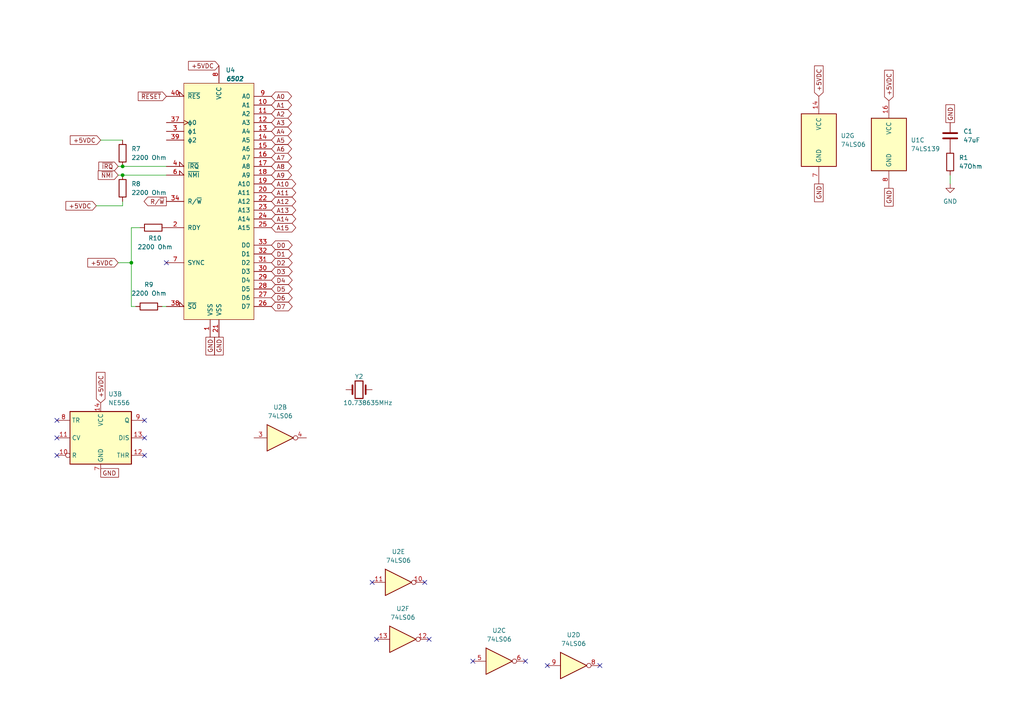
<source format=kicad_sch>
(kicad_sch
	(version 20231120)
	(generator "eeschema")
	(generator_version "8.0")
	(uuid "ed34e140-f489-4bee-af77-055d94ee7393")
	(paper "A4")
	(lib_symbols
		(symbol "65xx:6502"
			(pin_names
				(offset 1.016)
			)
			(exclude_from_sim no)
			(in_bom yes)
			(on_board yes)
			(property "Reference" "U"
				(at -10.16 35.56 0)
				(effects
					(font
						(size 1.27 1.27)
					)
					(justify left)
				)
			)
			(property "Value" "6502"
				(at 0 0 90)
				(effects
					(font
						(size 1.27 1.27)
						(bold yes)
						(italic yes)
					)
				)
			)
			(property "Footprint" "Package_DIP:DIP-40_W15.24mm"
				(at 0 50.8 0)
				(effects
					(font
						(size 1.27 1.27)
					)
					(hide yes)
				)
			)
			(property "Datasheet" "http://www.6502.org/documents/datasheets/mos/mos_6500_mpu_mar_1980.pdf"
				(at 0 48.26 0)
				(effects
					(font
						(size 1.27 1.27)
					)
					(hide yes)
				)
			)
			(property "Description" "6502 8-bit NMOS Microprocessor, 64K, DIP-40"
				(at 0 0 0)
				(effects
					(font
						(size 1.27 1.27)
					)
					(hide yes)
				)
			)
			(property "ki_keywords" "6502 CPU uP"
				(at 0 0 0)
				(effects
					(font
						(size 1.27 1.27)
					)
					(hide yes)
				)
			)
			(property "ki_fp_filters" "DIP-40_W15.24mm*"
				(at 0 0 0)
				(effects
					(font
						(size 1.27 1.27)
					)
					(hide yes)
				)
			)
			(symbol "6502_0_1"
				(rectangle
					(start -10.16 34.29)
					(end 10.16 -34.29)
					(stroke
						(width 0)
						(type default)
					)
					(fill
						(type background)
					)
				)
			)
			(symbol "6502_1_1"
				(pin power_in line
					(at -2.54 -39.37 90)
					(length 5.08)
					(name "VSS"
						(effects
							(font
								(size 1.27 1.27)
							)
						)
					)
					(number "1"
						(effects
							(font
								(size 1.27 1.27)
							)
						)
					)
				)
				(pin output line
					(at 15.24 27.94 180)
					(length 5.08)
					(name "A1"
						(effects
							(font
								(size 1.27 1.27)
							)
						)
					)
					(number "10"
						(effects
							(font
								(size 1.27 1.27)
							)
						)
					)
				)
				(pin output line
					(at 15.24 25.4 180)
					(length 5.08)
					(name "A2"
						(effects
							(font
								(size 1.27 1.27)
							)
						)
					)
					(number "11"
						(effects
							(font
								(size 1.27 1.27)
							)
						)
					)
				)
				(pin output line
					(at 15.24 22.86 180)
					(length 5.08)
					(name "A3"
						(effects
							(font
								(size 1.27 1.27)
							)
						)
					)
					(number "12"
						(effects
							(font
								(size 1.27 1.27)
							)
						)
					)
				)
				(pin output line
					(at 15.24 20.32 180)
					(length 5.08)
					(name "A4"
						(effects
							(font
								(size 1.27 1.27)
							)
						)
					)
					(number "13"
						(effects
							(font
								(size 1.27 1.27)
							)
						)
					)
				)
				(pin output line
					(at 15.24 17.78 180)
					(length 5.08)
					(name "A5"
						(effects
							(font
								(size 1.27 1.27)
							)
						)
					)
					(number "14"
						(effects
							(font
								(size 1.27 1.27)
							)
						)
					)
				)
				(pin output line
					(at 15.24 15.24 180)
					(length 5.08)
					(name "A6"
						(effects
							(font
								(size 1.27 1.27)
							)
						)
					)
					(number "15"
						(effects
							(font
								(size 1.27 1.27)
							)
						)
					)
				)
				(pin output line
					(at 15.24 12.7 180)
					(length 5.08)
					(name "A7"
						(effects
							(font
								(size 1.27 1.27)
							)
						)
					)
					(number "16"
						(effects
							(font
								(size 1.27 1.27)
							)
						)
					)
				)
				(pin output line
					(at 15.24 10.16 180)
					(length 5.08)
					(name "A8"
						(effects
							(font
								(size 1.27 1.27)
							)
						)
					)
					(number "17"
						(effects
							(font
								(size 1.27 1.27)
							)
						)
					)
				)
				(pin output line
					(at 15.24 7.62 180)
					(length 5.08)
					(name "A9"
						(effects
							(font
								(size 1.27 1.27)
							)
						)
					)
					(number "18"
						(effects
							(font
								(size 1.27 1.27)
							)
						)
					)
				)
				(pin output line
					(at 15.24 5.08 180)
					(length 5.08)
					(name "A10"
						(effects
							(font
								(size 1.27 1.27)
							)
						)
					)
					(number "19"
						(effects
							(font
								(size 1.27 1.27)
							)
						)
					)
				)
				(pin input line
					(at -15.24 -7.62 0)
					(length 5.08)
					(name "RDY"
						(effects
							(font
								(size 1.27 1.27)
							)
						)
					)
					(number "2"
						(effects
							(font
								(size 1.27 1.27)
							)
						)
					)
				)
				(pin output line
					(at 15.24 2.54 180)
					(length 5.08)
					(name "A11"
						(effects
							(font
								(size 1.27 1.27)
							)
						)
					)
					(number "20"
						(effects
							(font
								(size 1.27 1.27)
							)
						)
					)
				)
				(pin power_in line
					(at 0 -39.37 90)
					(length 5.08)
					(name "VSS"
						(effects
							(font
								(size 1.27 1.27)
							)
						)
					)
					(number "21"
						(effects
							(font
								(size 1.27 1.27)
							)
						)
					)
				)
				(pin output line
					(at 15.24 0 180)
					(length 5.08)
					(name "A12"
						(effects
							(font
								(size 1.27 1.27)
							)
						)
					)
					(number "22"
						(effects
							(font
								(size 1.27 1.27)
							)
						)
					)
				)
				(pin output line
					(at 15.24 -2.54 180)
					(length 5.08)
					(name "A13"
						(effects
							(font
								(size 1.27 1.27)
							)
						)
					)
					(number "23"
						(effects
							(font
								(size 1.27 1.27)
							)
						)
					)
				)
				(pin output line
					(at 15.24 -5.08 180)
					(length 5.08)
					(name "A14"
						(effects
							(font
								(size 1.27 1.27)
							)
						)
					)
					(number "24"
						(effects
							(font
								(size 1.27 1.27)
							)
						)
					)
				)
				(pin output line
					(at 15.24 -7.62 180)
					(length 5.08)
					(name "A15"
						(effects
							(font
								(size 1.27 1.27)
							)
						)
					)
					(number "25"
						(effects
							(font
								(size 1.27 1.27)
							)
						)
					)
				)
				(pin bidirectional line
					(at 15.24 -30.48 180)
					(length 5.08)
					(name "D7"
						(effects
							(font
								(size 1.27 1.27)
							)
						)
					)
					(number "26"
						(effects
							(font
								(size 1.27 1.27)
							)
						)
					)
				)
				(pin bidirectional line
					(at 15.24 -27.94 180)
					(length 5.08)
					(name "D6"
						(effects
							(font
								(size 1.27 1.27)
							)
						)
					)
					(number "27"
						(effects
							(font
								(size 1.27 1.27)
							)
						)
					)
				)
				(pin bidirectional line
					(at 15.24 -25.4 180)
					(length 5.08)
					(name "D5"
						(effects
							(font
								(size 1.27 1.27)
							)
						)
					)
					(number "28"
						(effects
							(font
								(size 1.27 1.27)
							)
						)
					)
				)
				(pin bidirectional line
					(at 15.24 -22.86 180)
					(length 5.08)
					(name "D4"
						(effects
							(font
								(size 1.27 1.27)
							)
						)
					)
					(number "29"
						(effects
							(font
								(size 1.27 1.27)
							)
						)
					)
				)
				(pin output line
					(at -15.24 20.32 0)
					(length 5.08)
					(name "ϕ1"
						(effects
							(font
								(size 1.27 1.27)
							)
						)
					)
					(number "3"
						(effects
							(font
								(size 1.27 1.27)
							)
						)
					)
				)
				(pin bidirectional line
					(at 15.24 -20.32 180)
					(length 5.08)
					(name "D3"
						(effects
							(font
								(size 1.27 1.27)
							)
						)
					)
					(number "30"
						(effects
							(font
								(size 1.27 1.27)
							)
						)
					)
				)
				(pin bidirectional line
					(at 15.24 -17.78 180)
					(length 5.08)
					(name "D2"
						(effects
							(font
								(size 1.27 1.27)
							)
						)
					)
					(number "31"
						(effects
							(font
								(size 1.27 1.27)
							)
						)
					)
				)
				(pin bidirectional line
					(at 15.24 -15.24 180)
					(length 5.08)
					(name "D1"
						(effects
							(font
								(size 1.27 1.27)
							)
						)
					)
					(number "32"
						(effects
							(font
								(size 1.27 1.27)
							)
						)
					)
				)
				(pin bidirectional line
					(at 15.24 -12.7 180)
					(length 5.08)
					(name "D0"
						(effects
							(font
								(size 1.27 1.27)
							)
						)
					)
					(number "33"
						(effects
							(font
								(size 1.27 1.27)
							)
						)
					)
				)
				(pin output line
					(at -15.24 0 0)
					(length 5.08)
					(name "R/~{W}"
						(effects
							(font
								(size 1.27 1.27)
							)
						)
					)
					(number "34"
						(effects
							(font
								(size 1.27 1.27)
							)
						)
					)
				)
				(pin no_connect non_logic
					(at -10.16 -25.4 0)
					(length 2.54) hide
					(name "nc"
						(effects
							(font
								(size 1.27 1.27)
							)
						)
					)
					(number "35"
						(effects
							(font
								(size 1.27 1.27)
							)
						)
					)
				)
				(pin no_connect non_logic
					(at -10.16 -27.94 0)
					(length 2.54) hide
					(name "nc"
						(effects
							(font
								(size 1.27 1.27)
							)
						)
					)
					(number "36"
						(effects
							(font
								(size 1.27 1.27)
							)
						)
					)
				)
				(pin input clock
					(at -15.24 22.86 0)
					(length 5.08)
					(name "ϕ0"
						(effects
							(font
								(size 1.27 1.27)
							)
						)
					)
					(number "37"
						(effects
							(font
								(size 1.27 1.27)
							)
						)
					)
				)
				(pin input input_low
					(at -15.24 -30.48 0)
					(length 5.08)
					(name "~{SO}"
						(effects
							(font
								(size 1.27 1.27)
							)
						)
					)
					(number "38"
						(effects
							(font
								(size 1.27 1.27)
							)
						)
					)
				)
				(pin output line
					(at -15.24 17.78 0)
					(length 5.08)
					(name "ϕ2"
						(effects
							(font
								(size 1.27 1.27)
							)
						)
					)
					(number "39"
						(effects
							(font
								(size 1.27 1.27)
							)
						)
					)
				)
				(pin input input_low
					(at -15.24 10.16 0)
					(length 5.08)
					(name "~{IRQ}"
						(effects
							(font
								(size 1.27 1.27)
							)
						)
					)
					(number "4"
						(effects
							(font
								(size 1.27 1.27)
							)
						)
					)
				)
				(pin input input_low
					(at -15.24 30.48 0)
					(length 5.08)
					(name "~{RES}"
						(effects
							(font
								(size 1.27 1.27)
							)
						)
					)
					(number "40"
						(effects
							(font
								(size 1.27 1.27)
							)
						)
					)
				)
				(pin no_connect non_logic
					(at -10.16 -22.86 0)
					(length 2.5654) hide
					(name "nc"
						(effects
							(font
								(size 1.27 1.27)
							)
						)
					)
					(number "5"
						(effects
							(font
								(size 1.27 1.27)
							)
						)
					)
				)
				(pin input input_low
					(at -15.24 7.62 0)
					(length 5.08)
					(name "~{NMI}"
						(effects
							(font
								(size 1.27 1.27)
							)
						)
					)
					(number "6"
						(effects
							(font
								(size 1.27 1.27)
							)
						)
					)
				)
				(pin output line
					(at -15.24 -17.78 0)
					(length 5.08)
					(name "SYNC"
						(effects
							(font
								(size 1.27 1.27)
							)
						)
					)
					(number "7"
						(effects
							(font
								(size 1.27 1.27)
							)
						)
					)
				)
				(pin power_in line
					(at 0 39.37 270)
					(length 5.08)
					(name "VCC"
						(effects
							(font
								(size 1.27 1.27)
							)
						)
					)
					(number "8"
						(effects
							(font
								(size 1.27 1.27)
							)
						)
					)
				)
				(pin output line
					(at 15.24 30.48 180)
					(length 5.08)
					(name "A0"
						(effects
							(font
								(size 1.27 1.27)
							)
						)
					)
					(number "9"
						(effects
							(font
								(size 1.27 1.27)
							)
						)
					)
				)
			)
		)
		(symbol "74xx:74LS06"
			(pin_names
				(offset 1.016)
			)
			(exclude_from_sim no)
			(in_bom yes)
			(on_board yes)
			(property "Reference" "U"
				(at 0 1.27 0)
				(effects
					(font
						(size 1.27 1.27)
					)
				)
			)
			(property "Value" "74LS06"
				(at 0 -1.27 0)
				(effects
					(font
						(size 1.27 1.27)
					)
				)
			)
			(property "Footprint" ""
				(at 0 0 0)
				(effects
					(font
						(size 1.27 1.27)
					)
					(hide yes)
				)
			)
			(property "Datasheet" "http://www.ti.com/lit/gpn/sn74LS06"
				(at 0 0 0)
				(effects
					(font
						(size 1.27 1.27)
					)
					(hide yes)
				)
			)
			(property "Description" "Inverter Open Collect"
				(at 0 0 0)
				(effects
					(font
						(size 1.27 1.27)
					)
					(hide yes)
				)
			)
			(property "ki_locked" ""
				(at 0 0 0)
				(effects
					(font
						(size 1.27 1.27)
					)
				)
			)
			(property "ki_keywords" "TTL not inv OpenCol"
				(at 0 0 0)
				(effects
					(font
						(size 1.27 1.27)
					)
					(hide yes)
				)
			)
			(property "ki_fp_filters" "DIP*W7.62mm*"
				(at 0 0 0)
				(effects
					(font
						(size 1.27 1.27)
					)
					(hide yes)
				)
			)
			(symbol "74LS06_1_0"
				(polyline
					(pts
						(xy -3.81 3.81) (xy -3.81 -3.81) (xy 3.81 0) (xy -3.81 3.81)
					)
					(stroke
						(width 0.254)
						(type default)
					)
					(fill
						(type background)
					)
				)
				(pin input line
					(at -7.62 0 0)
					(length 3.81)
					(name "~"
						(effects
							(font
								(size 1.27 1.27)
							)
						)
					)
					(number "1"
						(effects
							(font
								(size 1.27 1.27)
							)
						)
					)
				)
				(pin open_collector inverted
					(at 7.62 0 180)
					(length 3.81)
					(name "~"
						(effects
							(font
								(size 1.27 1.27)
							)
						)
					)
					(number "2"
						(effects
							(font
								(size 1.27 1.27)
							)
						)
					)
				)
			)
			(symbol "74LS06_2_0"
				(polyline
					(pts
						(xy -3.81 3.81) (xy -3.81 -3.81) (xy 3.81 0) (xy -3.81 3.81)
					)
					(stroke
						(width 0.254)
						(type default)
					)
					(fill
						(type background)
					)
				)
				(pin input line
					(at -7.62 0 0)
					(length 3.81)
					(name "~"
						(effects
							(font
								(size 1.27 1.27)
							)
						)
					)
					(number "3"
						(effects
							(font
								(size 1.27 1.27)
							)
						)
					)
				)
				(pin open_collector inverted
					(at 7.62 0 180)
					(length 3.81)
					(name "~"
						(effects
							(font
								(size 1.27 1.27)
							)
						)
					)
					(number "4"
						(effects
							(font
								(size 1.27 1.27)
							)
						)
					)
				)
			)
			(symbol "74LS06_3_0"
				(polyline
					(pts
						(xy -3.81 3.81) (xy -3.81 -3.81) (xy 3.81 0) (xy -3.81 3.81)
					)
					(stroke
						(width 0.254)
						(type default)
					)
					(fill
						(type background)
					)
				)
				(pin input line
					(at -7.62 0 0)
					(length 3.81)
					(name "~"
						(effects
							(font
								(size 1.27 1.27)
							)
						)
					)
					(number "5"
						(effects
							(font
								(size 1.27 1.27)
							)
						)
					)
				)
				(pin open_collector inverted
					(at 7.62 0 180)
					(length 3.81)
					(name "~"
						(effects
							(font
								(size 1.27 1.27)
							)
						)
					)
					(number "6"
						(effects
							(font
								(size 1.27 1.27)
							)
						)
					)
				)
			)
			(symbol "74LS06_4_0"
				(polyline
					(pts
						(xy -3.81 3.81) (xy -3.81 -3.81) (xy 3.81 0) (xy -3.81 3.81)
					)
					(stroke
						(width 0.254)
						(type default)
					)
					(fill
						(type background)
					)
				)
				(pin open_collector inverted
					(at 7.62 0 180)
					(length 3.81)
					(name "~"
						(effects
							(font
								(size 1.27 1.27)
							)
						)
					)
					(number "8"
						(effects
							(font
								(size 1.27 1.27)
							)
						)
					)
				)
				(pin input line
					(at -7.62 0 0)
					(length 3.81)
					(name "~"
						(effects
							(font
								(size 1.27 1.27)
							)
						)
					)
					(number "9"
						(effects
							(font
								(size 1.27 1.27)
							)
						)
					)
				)
			)
			(symbol "74LS06_5_0"
				(polyline
					(pts
						(xy -3.81 3.81) (xy -3.81 -3.81) (xy 3.81 0) (xy -3.81 3.81)
					)
					(stroke
						(width 0.254)
						(type default)
					)
					(fill
						(type background)
					)
				)
				(pin open_collector inverted
					(at 7.62 0 180)
					(length 3.81)
					(name "~"
						(effects
							(font
								(size 1.27 1.27)
							)
						)
					)
					(number "10"
						(effects
							(font
								(size 1.27 1.27)
							)
						)
					)
				)
				(pin input line
					(at -7.62 0 0)
					(length 3.81)
					(name "~"
						(effects
							(font
								(size 1.27 1.27)
							)
						)
					)
					(number "11"
						(effects
							(font
								(size 1.27 1.27)
							)
						)
					)
				)
			)
			(symbol "74LS06_6_0"
				(polyline
					(pts
						(xy -3.81 3.81) (xy -3.81 -3.81) (xy 3.81 0) (xy -3.81 3.81)
					)
					(stroke
						(width 0.254)
						(type default)
					)
					(fill
						(type background)
					)
				)
				(pin open_collector inverted
					(at 7.62 0 180)
					(length 3.81)
					(name "~"
						(effects
							(font
								(size 1.27 1.27)
							)
						)
					)
					(number "12"
						(effects
							(font
								(size 1.27 1.27)
							)
						)
					)
				)
				(pin input line
					(at -7.62 0 0)
					(length 3.81)
					(name "~"
						(effects
							(font
								(size 1.27 1.27)
							)
						)
					)
					(number "13"
						(effects
							(font
								(size 1.27 1.27)
							)
						)
					)
				)
			)
			(symbol "74LS06_7_0"
				(pin power_in line
					(at 0 12.7 270)
					(length 5.08)
					(name "VCC"
						(effects
							(font
								(size 1.27 1.27)
							)
						)
					)
					(number "14"
						(effects
							(font
								(size 1.27 1.27)
							)
						)
					)
				)
				(pin power_in line
					(at 0 -12.7 90)
					(length 5.08)
					(name "GND"
						(effects
							(font
								(size 1.27 1.27)
							)
						)
					)
					(number "7"
						(effects
							(font
								(size 1.27 1.27)
							)
						)
					)
				)
			)
			(symbol "74LS06_7_1"
				(rectangle
					(start -5.08 7.62)
					(end 5.08 -7.62)
					(stroke
						(width 0.254)
						(type default)
					)
					(fill
						(type background)
					)
				)
			)
		)
		(symbol "74xx:74LS139"
			(pin_names
				(offset 1.016)
			)
			(exclude_from_sim no)
			(in_bom yes)
			(on_board yes)
			(property "Reference" "U"
				(at -7.62 8.89 0)
				(effects
					(font
						(size 1.27 1.27)
					)
				)
			)
			(property "Value" "74LS139"
				(at -7.62 -8.89 0)
				(effects
					(font
						(size 1.27 1.27)
					)
				)
			)
			(property "Footprint" ""
				(at 0 0 0)
				(effects
					(font
						(size 1.27 1.27)
					)
					(hide yes)
				)
			)
			(property "Datasheet" "http://www.ti.com/lit/ds/symlink/sn74ls139a.pdf"
				(at 0 0 0)
				(effects
					(font
						(size 1.27 1.27)
					)
					(hide yes)
				)
			)
			(property "Description" "Dual Decoder 1 of 4, Active low outputs"
				(at 0 0 0)
				(effects
					(font
						(size 1.27 1.27)
					)
					(hide yes)
				)
			)
			(property "ki_locked" ""
				(at 0 0 0)
				(effects
					(font
						(size 1.27 1.27)
					)
				)
			)
			(property "ki_keywords" "TTL DECOD4"
				(at 0 0 0)
				(effects
					(font
						(size 1.27 1.27)
					)
					(hide yes)
				)
			)
			(property "ki_fp_filters" "DIP?16*"
				(at 0 0 0)
				(effects
					(font
						(size 1.27 1.27)
					)
					(hide yes)
				)
			)
			(symbol "74LS139_1_0"
				(pin input inverted
					(at -12.7 -5.08 0)
					(length 5.08)
					(name "E"
						(effects
							(font
								(size 1.27 1.27)
							)
						)
					)
					(number "1"
						(effects
							(font
								(size 1.27 1.27)
							)
						)
					)
				)
				(pin input line
					(at -12.7 0 0)
					(length 5.08)
					(name "A0"
						(effects
							(font
								(size 1.27 1.27)
							)
						)
					)
					(number "2"
						(effects
							(font
								(size 1.27 1.27)
							)
						)
					)
				)
				(pin input line
					(at -12.7 2.54 0)
					(length 5.08)
					(name "A1"
						(effects
							(font
								(size 1.27 1.27)
							)
						)
					)
					(number "3"
						(effects
							(font
								(size 1.27 1.27)
							)
						)
					)
				)
				(pin output inverted
					(at 12.7 2.54 180)
					(length 5.08)
					(name "O0"
						(effects
							(font
								(size 1.27 1.27)
							)
						)
					)
					(number "4"
						(effects
							(font
								(size 1.27 1.27)
							)
						)
					)
				)
				(pin output inverted
					(at 12.7 0 180)
					(length 5.08)
					(name "O1"
						(effects
							(font
								(size 1.27 1.27)
							)
						)
					)
					(number "5"
						(effects
							(font
								(size 1.27 1.27)
							)
						)
					)
				)
				(pin output inverted
					(at 12.7 -2.54 180)
					(length 5.08)
					(name "O2"
						(effects
							(font
								(size 1.27 1.27)
							)
						)
					)
					(number "6"
						(effects
							(font
								(size 1.27 1.27)
							)
						)
					)
				)
				(pin output inverted
					(at 12.7 -5.08 180)
					(length 5.08)
					(name "O3"
						(effects
							(font
								(size 1.27 1.27)
							)
						)
					)
					(number "7"
						(effects
							(font
								(size 1.27 1.27)
							)
						)
					)
				)
			)
			(symbol "74LS139_1_1"
				(rectangle
					(start -7.62 5.08)
					(end 7.62 -7.62)
					(stroke
						(width 0.254)
						(type default)
					)
					(fill
						(type background)
					)
				)
			)
			(symbol "74LS139_2_0"
				(pin output inverted
					(at 12.7 -2.54 180)
					(length 5.08)
					(name "O2"
						(effects
							(font
								(size 1.27 1.27)
							)
						)
					)
					(number "10"
						(effects
							(font
								(size 1.27 1.27)
							)
						)
					)
				)
				(pin output inverted
					(at 12.7 0 180)
					(length 5.08)
					(name "O1"
						(effects
							(font
								(size 1.27 1.27)
							)
						)
					)
					(number "11"
						(effects
							(font
								(size 1.27 1.27)
							)
						)
					)
				)
				(pin output inverted
					(at 12.7 2.54 180)
					(length 5.08)
					(name "O0"
						(effects
							(font
								(size 1.27 1.27)
							)
						)
					)
					(number "12"
						(effects
							(font
								(size 1.27 1.27)
							)
						)
					)
				)
				(pin input line
					(at -12.7 2.54 0)
					(length 5.08)
					(name "A1"
						(effects
							(font
								(size 1.27 1.27)
							)
						)
					)
					(number "13"
						(effects
							(font
								(size 1.27 1.27)
							)
						)
					)
				)
				(pin input line
					(at -12.7 0 0)
					(length 5.08)
					(name "A0"
						(effects
							(font
								(size 1.27 1.27)
							)
						)
					)
					(number "14"
						(effects
							(font
								(size 1.27 1.27)
							)
						)
					)
				)
				(pin input inverted
					(at -12.7 -5.08 0)
					(length 5.08)
					(name "E"
						(effects
							(font
								(size 1.27 1.27)
							)
						)
					)
					(number "15"
						(effects
							(font
								(size 1.27 1.27)
							)
						)
					)
				)
				(pin output inverted
					(at 12.7 -5.08 180)
					(length 5.08)
					(name "O3"
						(effects
							(font
								(size 1.27 1.27)
							)
						)
					)
					(number "9"
						(effects
							(font
								(size 1.27 1.27)
							)
						)
					)
				)
			)
			(symbol "74LS139_2_1"
				(rectangle
					(start -7.62 5.08)
					(end 7.62 -7.62)
					(stroke
						(width 0.254)
						(type default)
					)
					(fill
						(type background)
					)
				)
			)
			(symbol "74LS139_3_0"
				(pin power_in line
					(at 0 12.7 270)
					(length 5.08)
					(name "VCC"
						(effects
							(font
								(size 1.27 1.27)
							)
						)
					)
					(number "16"
						(effects
							(font
								(size 1.27 1.27)
							)
						)
					)
				)
				(pin power_in line
					(at 0 -12.7 90)
					(length 5.08)
					(name "GND"
						(effects
							(font
								(size 1.27 1.27)
							)
						)
					)
					(number "8"
						(effects
							(font
								(size 1.27 1.27)
							)
						)
					)
				)
			)
			(symbol "74LS139_3_1"
				(rectangle
					(start -5.08 7.62)
					(end 5.08 -7.62)
					(stroke
						(width 0.254)
						(type default)
					)
					(fill
						(type background)
					)
				)
			)
		)
		(symbol "Device:C"
			(pin_numbers hide)
			(pin_names
				(offset 0.254)
			)
			(exclude_from_sim no)
			(in_bom yes)
			(on_board yes)
			(property "Reference" "C"
				(at 0.635 2.54 0)
				(effects
					(font
						(size 1.27 1.27)
					)
					(justify left)
				)
			)
			(property "Value" "C"
				(at 0.635 -2.54 0)
				(effects
					(font
						(size 1.27 1.27)
					)
					(justify left)
				)
			)
			(property "Footprint" ""
				(at 0.9652 -3.81 0)
				(effects
					(font
						(size 1.27 1.27)
					)
					(hide yes)
				)
			)
			(property "Datasheet" "~"
				(at 0 0 0)
				(effects
					(font
						(size 1.27 1.27)
					)
					(hide yes)
				)
			)
			(property "Description" "Unpolarized capacitor"
				(at 0 0 0)
				(effects
					(font
						(size 1.27 1.27)
					)
					(hide yes)
				)
			)
			(property "ki_keywords" "cap capacitor"
				(at 0 0 0)
				(effects
					(font
						(size 1.27 1.27)
					)
					(hide yes)
				)
			)
			(property "ki_fp_filters" "C_*"
				(at 0 0 0)
				(effects
					(font
						(size 1.27 1.27)
					)
					(hide yes)
				)
			)
			(symbol "C_0_1"
				(polyline
					(pts
						(xy -2.032 -0.762) (xy 2.032 -0.762)
					)
					(stroke
						(width 0.508)
						(type default)
					)
					(fill
						(type none)
					)
				)
				(polyline
					(pts
						(xy -2.032 0.762) (xy 2.032 0.762)
					)
					(stroke
						(width 0.508)
						(type default)
					)
					(fill
						(type none)
					)
				)
			)
			(symbol "C_1_1"
				(pin passive line
					(at 0 3.81 270)
					(length 2.794)
					(name "~"
						(effects
							(font
								(size 1.27 1.27)
							)
						)
					)
					(number "1"
						(effects
							(font
								(size 1.27 1.27)
							)
						)
					)
				)
				(pin passive line
					(at 0 -3.81 90)
					(length 2.794)
					(name "~"
						(effects
							(font
								(size 1.27 1.27)
							)
						)
					)
					(number "2"
						(effects
							(font
								(size 1.27 1.27)
							)
						)
					)
				)
			)
		)
		(symbol "Device:Crystal"
			(pin_numbers hide)
			(pin_names
				(offset 1.016) hide)
			(exclude_from_sim no)
			(in_bom yes)
			(on_board yes)
			(property "Reference" "Y"
				(at 0 3.81 0)
				(effects
					(font
						(size 1.27 1.27)
					)
				)
			)
			(property "Value" "Crystal"
				(at 0 -3.81 0)
				(effects
					(font
						(size 1.27 1.27)
					)
				)
			)
			(property "Footprint" ""
				(at 0 0 0)
				(effects
					(font
						(size 1.27 1.27)
					)
					(hide yes)
				)
			)
			(property "Datasheet" "~"
				(at 0 0 0)
				(effects
					(font
						(size 1.27 1.27)
					)
					(hide yes)
				)
			)
			(property "Description" "Two pin crystal"
				(at 0 0 0)
				(effects
					(font
						(size 1.27 1.27)
					)
					(hide yes)
				)
			)
			(property "ki_keywords" "quartz ceramic resonator oscillator"
				(at 0 0 0)
				(effects
					(font
						(size 1.27 1.27)
					)
					(hide yes)
				)
			)
			(property "ki_fp_filters" "Crystal*"
				(at 0 0 0)
				(effects
					(font
						(size 1.27 1.27)
					)
					(hide yes)
				)
			)
			(symbol "Crystal_0_1"
				(rectangle
					(start -1.143 2.54)
					(end 1.143 -2.54)
					(stroke
						(width 0.3048)
						(type default)
					)
					(fill
						(type none)
					)
				)
				(polyline
					(pts
						(xy -2.54 0) (xy -1.905 0)
					)
					(stroke
						(width 0)
						(type default)
					)
					(fill
						(type none)
					)
				)
				(polyline
					(pts
						(xy -1.905 -1.27) (xy -1.905 1.27)
					)
					(stroke
						(width 0.508)
						(type default)
					)
					(fill
						(type none)
					)
				)
				(polyline
					(pts
						(xy 1.905 -1.27) (xy 1.905 1.27)
					)
					(stroke
						(width 0.508)
						(type default)
					)
					(fill
						(type none)
					)
				)
				(polyline
					(pts
						(xy 2.54 0) (xy 1.905 0)
					)
					(stroke
						(width 0)
						(type default)
					)
					(fill
						(type none)
					)
				)
			)
			(symbol "Crystal_1_1"
				(pin passive line
					(at -3.81 0 0)
					(length 1.27)
					(name "1"
						(effects
							(font
								(size 1.27 1.27)
							)
						)
					)
					(number "1"
						(effects
							(font
								(size 1.27 1.27)
							)
						)
					)
				)
				(pin passive line
					(at 3.81 0 180)
					(length 1.27)
					(name "2"
						(effects
							(font
								(size 1.27 1.27)
							)
						)
					)
					(number "2"
						(effects
							(font
								(size 1.27 1.27)
							)
						)
					)
				)
			)
		)
		(symbol "Device:R"
			(pin_numbers hide)
			(pin_names
				(offset 0)
			)
			(exclude_from_sim no)
			(in_bom yes)
			(on_board yes)
			(property "Reference" "R"
				(at 2.032 0 90)
				(effects
					(font
						(size 1.27 1.27)
					)
				)
			)
			(property "Value" "R"
				(at 0 0 90)
				(effects
					(font
						(size 1.27 1.27)
					)
				)
			)
			(property "Footprint" ""
				(at -1.778 0 90)
				(effects
					(font
						(size 1.27 1.27)
					)
					(hide yes)
				)
			)
			(property "Datasheet" "~"
				(at 0 0 0)
				(effects
					(font
						(size 1.27 1.27)
					)
					(hide yes)
				)
			)
			(property "Description" "Resistor"
				(at 0 0 0)
				(effects
					(font
						(size 1.27 1.27)
					)
					(hide yes)
				)
			)
			(property "ki_keywords" "R res resistor"
				(at 0 0 0)
				(effects
					(font
						(size 1.27 1.27)
					)
					(hide yes)
				)
			)
			(property "ki_fp_filters" "R_*"
				(at 0 0 0)
				(effects
					(font
						(size 1.27 1.27)
					)
					(hide yes)
				)
			)
			(symbol "R_0_1"
				(rectangle
					(start -1.016 -2.54)
					(end 1.016 2.54)
					(stroke
						(width 0.254)
						(type default)
					)
					(fill
						(type none)
					)
				)
			)
			(symbol "R_1_1"
				(pin passive line
					(at 0 3.81 270)
					(length 1.27)
					(name "~"
						(effects
							(font
								(size 1.27 1.27)
							)
						)
					)
					(number "1"
						(effects
							(font
								(size 1.27 1.27)
							)
						)
					)
				)
				(pin passive line
					(at 0 -3.81 90)
					(length 1.27)
					(name "~"
						(effects
							(font
								(size 1.27 1.27)
							)
						)
					)
					(number "2"
						(effects
							(font
								(size 1.27 1.27)
							)
						)
					)
				)
			)
		)
		(symbol "Timer:NE556"
			(exclude_from_sim no)
			(in_bom yes)
			(on_board yes)
			(property "Reference" "U"
				(at -10.16 8.89 0)
				(effects
					(font
						(size 1.27 1.27)
					)
					(justify left)
				)
			)
			(property "Value" "NE556"
				(at -10.16 -8.89 0)
				(effects
					(font
						(size 1.27 1.27)
					)
					(justify left)
				)
			)
			(property "Footprint" ""
				(at 0 0 0)
				(effects
					(font
						(size 1.27 1.27)
					)
					(hide yes)
				)
			)
			(property "Datasheet" "http://www.ti.com/lit/ds/symlink/ne556.pdf"
				(at 0 0 0)
				(effects
					(font
						(size 1.27 1.27)
					)
					(hide yes)
				)
			)
			(property "Description" "Dual Precision Timers, DIP-14/SOIC-14"
				(at 0 0 0)
				(effects
					(font
						(size 1.27 1.27)
					)
					(hide yes)
				)
			)
			(property "ki_keywords" "dual timer"
				(at 0 0 0)
				(effects
					(font
						(size 1.27 1.27)
					)
					(hide yes)
				)
			)
			(property "ki_fp_filters" "DIP*W7.62mm* TSSOP*5.3x6.2mm*P0.65mm* SOIC*3.9x8.7mm*P1.27mm*"
				(at 0 0 0)
				(effects
					(font
						(size 1.27 1.27)
					)
					(hide yes)
				)
			)
			(symbol "NE556_0_0"
				(pin power_in line
					(at 0 10.16 270)
					(length 2.54)
					(name "VCC"
						(effects
							(font
								(size 1.27 1.27)
							)
						)
					)
					(number "14"
						(effects
							(font
								(size 1.27 1.27)
							)
						)
					)
				)
				(pin power_in line
					(at 0 -10.16 90)
					(length 2.54)
					(name "GND"
						(effects
							(font
								(size 1.27 1.27)
							)
						)
					)
					(number "7"
						(effects
							(font
								(size 1.27 1.27)
							)
						)
					)
				)
			)
			(symbol "NE556_0_1"
				(rectangle
					(start -8.89 -7.62)
					(end 8.89 7.62)
					(stroke
						(width 0.254)
						(type default)
					)
					(fill
						(type background)
					)
				)
				(rectangle
					(start -8.89 -7.62)
					(end 8.89 7.62)
					(stroke
						(width 0.254)
						(type default)
					)
					(fill
						(type background)
					)
				)
			)
			(symbol "NE556_1_1"
				(pin input line
					(at 12.7 0 180)
					(length 3.81)
					(name "DIS"
						(effects
							(font
								(size 1.27 1.27)
							)
						)
					)
					(number "1"
						(effects
							(font
								(size 1.27 1.27)
							)
						)
					)
				)
				(pin input line
					(at 12.7 -5.08 180)
					(length 3.81)
					(name "THR"
						(effects
							(font
								(size 1.27 1.27)
							)
						)
					)
					(number "2"
						(effects
							(font
								(size 1.27 1.27)
							)
						)
					)
				)
				(pin input line
					(at -12.7 0 0)
					(length 3.81)
					(name "CV"
						(effects
							(font
								(size 1.27 1.27)
							)
						)
					)
					(number "3"
						(effects
							(font
								(size 1.27 1.27)
							)
						)
					)
				)
				(pin input inverted
					(at -12.7 -5.08 0)
					(length 3.81)
					(name "R"
						(effects
							(font
								(size 1.27 1.27)
							)
						)
					)
					(number "4"
						(effects
							(font
								(size 1.27 1.27)
							)
						)
					)
				)
				(pin output line
					(at 12.7 5.08 180)
					(length 3.81)
					(name "Q"
						(effects
							(font
								(size 1.27 1.27)
							)
						)
					)
					(number "5"
						(effects
							(font
								(size 1.27 1.27)
							)
						)
					)
				)
				(pin input line
					(at -12.7 5.08 0)
					(length 3.81)
					(name "TR"
						(effects
							(font
								(size 1.27 1.27)
							)
						)
					)
					(number "6"
						(effects
							(font
								(size 1.27 1.27)
							)
						)
					)
				)
			)
			(symbol "NE556_2_1"
				(pin input inverted
					(at -12.7 -5.08 0)
					(length 3.81)
					(name "R"
						(effects
							(font
								(size 1.27 1.27)
							)
						)
					)
					(number "10"
						(effects
							(font
								(size 1.27 1.27)
							)
						)
					)
				)
				(pin input line
					(at -12.7 0 0)
					(length 3.81)
					(name "CV"
						(effects
							(font
								(size 1.27 1.27)
							)
						)
					)
					(number "11"
						(effects
							(font
								(size 1.27 1.27)
							)
						)
					)
				)
				(pin input line
					(at 12.7 -5.08 180)
					(length 3.81)
					(name "THR"
						(effects
							(font
								(size 1.27 1.27)
							)
						)
					)
					(number "12"
						(effects
							(font
								(size 1.27 1.27)
							)
						)
					)
				)
				(pin input line
					(at 12.7 0 180)
					(length 3.81)
					(name "DIS"
						(effects
							(font
								(size 1.27 1.27)
							)
						)
					)
					(number "13"
						(effects
							(font
								(size 1.27 1.27)
							)
						)
					)
				)
				(pin input line
					(at -12.7 5.08 0)
					(length 3.81)
					(name "TR"
						(effects
							(font
								(size 1.27 1.27)
							)
						)
					)
					(number "8"
						(effects
							(font
								(size 1.27 1.27)
							)
						)
					)
				)
				(pin output line
					(at 12.7 5.08 180)
					(length 3.81)
					(name "Q"
						(effects
							(font
								(size 1.27 1.27)
							)
						)
					)
					(number "9"
						(effects
							(font
								(size 1.27 1.27)
							)
						)
					)
				)
			)
		)
		(symbol "power:GND"
			(power)
			(pin_numbers hide)
			(pin_names
				(offset 0) hide)
			(exclude_from_sim no)
			(in_bom yes)
			(on_board yes)
			(property "Reference" "#PWR"
				(at 0 -6.35 0)
				(effects
					(font
						(size 1.27 1.27)
					)
					(hide yes)
				)
			)
			(property "Value" "GND"
				(at 0 -3.81 0)
				(effects
					(font
						(size 1.27 1.27)
					)
				)
			)
			(property "Footprint" ""
				(at 0 0 0)
				(effects
					(font
						(size 1.27 1.27)
					)
					(hide yes)
				)
			)
			(property "Datasheet" ""
				(at 0 0 0)
				(effects
					(font
						(size 1.27 1.27)
					)
					(hide yes)
				)
			)
			(property "Description" "Power symbol creates a global label with name \"GND\" , ground"
				(at 0 0 0)
				(effects
					(font
						(size 1.27 1.27)
					)
					(hide yes)
				)
			)
			(property "ki_keywords" "global power"
				(at 0 0 0)
				(effects
					(font
						(size 1.27 1.27)
					)
					(hide yes)
				)
			)
			(symbol "GND_0_1"
				(polyline
					(pts
						(xy 0 0) (xy 0 -1.27) (xy 1.27 -1.27) (xy 0 -2.54) (xy -1.27 -1.27) (xy 0 -1.27)
					)
					(stroke
						(width 0)
						(type default)
					)
					(fill
						(type none)
					)
				)
			)
			(symbol "GND_1_1"
				(pin power_in line
					(at 0 0 270)
					(length 0)
					(name "~"
						(effects
							(font
								(size 1.27 1.27)
							)
						)
					)
					(number "1"
						(effects
							(font
								(size 1.27 1.27)
							)
						)
					)
				)
			)
		)
	)
	(junction
		(at 35.56 50.8)
		(diameter 0)
		(color 0 0 0 0)
		(uuid "2f3bd29f-3509-4773-94ea-1cddedb62093")
	)
	(junction
		(at 38.1 76.2)
		(diameter 0)
		(color 0 0 0 0)
		(uuid "8516dabf-0627-44f5-8205-5ad9adec25be")
	)
	(junction
		(at 35.56 48.26)
		(diameter 0)
		(color 0 0 0 0)
		(uuid "fc97be5b-a4d4-4654-b8b7-f219b09ac26a")
	)
	(no_connect
		(at 16.51 121.92)
		(uuid "12b64b02-7ca7-444d-bdcb-a253a18ef805")
	)
	(no_connect
		(at 41.91 121.92)
		(uuid "18e8f642-6aba-443a-9d94-03640fb8f27e")
	)
	(no_connect
		(at 173.99 193.04)
		(uuid "1a871a1c-5329-49c0-9b37-226b42adf9b9")
	)
	(no_connect
		(at 16.51 127)
		(uuid "1b9d7296-3230-4ae4-a1f9-eb3ff5d80347")
	)
	(no_connect
		(at 48.26 76.2)
		(uuid "2640b841-d275-49f6-a5a0-be862af312d6")
	)
	(no_connect
		(at 158.75 193.04)
		(uuid "3d169a23-ecbc-441a-a251-10aad5e5e88f")
	)
	(no_connect
		(at 109.22 185.42)
		(uuid "40755e96-7f72-458d-97d8-60a6d31ce353")
	)
	(no_connect
		(at 124.46 185.42)
		(uuid "456ccdf9-ebe5-420d-80ca-024e9253342f")
	)
	(no_connect
		(at 123.19 168.91)
		(uuid "58b7ae79-b6e9-4e6a-9497-5eaedd3f916d")
	)
	(no_connect
		(at 137.16 191.77)
		(uuid "6959e57f-3238-4632-8bb0-18840fdcdae7")
	)
	(no_connect
		(at 107.95 168.91)
		(uuid "7e944799-76ab-43fb-9487-dcbadb5d2325")
	)
	(no_connect
		(at 41.91 132.08)
		(uuid "8d6c29b0-713c-45c7-8ff4-daaa2408a7ee")
	)
	(no_connect
		(at 41.91 127)
		(uuid "97d66d39-0ec1-46c6-bf76-6f9df77ff62f")
	)
	(no_connect
		(at 152.4 191.77)
		(uuid "ae67f2b3-b7ae-4014-b4e2-f8cd4690caa0")
	)
	(no_connect
		(at 16.51 132.08)
		(uuid "c0ba28e4-1e04-4f1c-b28a-46d0e82e4481")
	)
	(wire
		(pts
			(xy 35.56 59.69) (xy 35.56 58.42)
		)
		(stroke
			(width 0)
			(type default)
		)
		(uuid "26d95846-8852-4199-acef-7007e9d5e439")
	)
	(wire
		(pts
			(xy 35.56 50.8) (xy 48.26 50.8)
		)
		(stroke
			(width 0)
			(type default)
		)
		(uuid "290c183c-cd07-4601-bb74-8e061e0a1788")
	)
	(wire
		(pts
			(xy 35.56 48.26) (xy 48.26 48.26)
		)
		(stroke
			(width 0)
			(type default)
		)
		(uuid "36568259-bf0c-45bc-9539-00d0c9ac32e8")
	)
	(wire
		(pts
			(xy 48.26 88.9) (xy 46.99 88.9)
		)
		(stroke
			(width 0)
			(type default)
		)
		(uuid "4d088b4a-61ff-4e16-a2c6-e4c0d0c21e07")
	)
	(wire
		(pts
			(xy 38.1 76.2) (xy 38.1 66.04)
		)
		(stroke
			(width 0)
			(type default)
		)
		(uuid "60559636-1285-46ba-9394-12ade3df7c9e")
	)
	(wire
		(pts
			(xy 275.59 53.34) (xy 275.59 50.8)
		)
		(stroke
			(width 0)
			(type default)
		)
		(uuid "7596b2a4-2505-4cd7-aa79-c6abf1fe80ae")
	)
	(wire
		(pts
			(xy 38.1 88.9) (xy 38.1 76.2)
		)
		(stroke
			(width 0)
			(type default)
		)
		(uuid "76904f78-7e97-46e3-9d12-d1de0558ce06")
	)
	(wire
		(pts
			(xy 34.29 50.8) (xy 35.56 50.8)
		)
		(stroke
			(width 0)
			(type default)
		)
		(uuid "7e0c286f-7240-4b43-b84d-e36c389844fd")
	)
	(wire
		(pts
			(xy 39.37 88.9) (xy 38.1 88.9)
		)
		(stroke
			(width 0)
			(type default)
		)
		(uuid "7e85ce66-7968-41e2-bbd7-a82f12cc6a4d")
	)
	(wire
		(pts
			(xy 38.1 66.04) (xy 40.64 66.04)
		)
		(stroke
			(width 0)
			(type default)
		)
		(uuid "9f751f68-ad3c-4067-9a67-4d94f971b6ad")
	)
	(wire
		(pts
			(xy 34.29 48.26) (xy 35.56 48.26)
		)
		(stroke
			(width 0)
			(type default)
		)
		(uuid "ad1cd367-ee6a-4461-92f4-493a9519f182")
	)
	(wire
		(pts
			(xy 27.94 59.69) (xy 35.56 59.69)
		)
		(stroke
			(width 0)
			(type default)
		)
		(uuid "b2ec01a6-a07f-4e9f-bf43-386185ced8d4")
	)
	(wire
		(pts
			(xy 29.21 40.64) (xy 35.56 40.64)
		)
		(stroke
			(width 0)
			(type default)
		)
		(uuid "b7878ce3-ade0-44bd-99fb-92634ec86150")
	)
	(wire
		(pts
			(xy 34.29 76.2) (xy 38.1 76.2)
		)
		(stroke
			(width 0)
			(type default)
		)
		(uuid "dddf4a0d-6f30-4a05-ae9a-a1c9c8ae38ed")
	)
	(global_label "A5"
		(shape bidirectional)
		(at 78.74 40.64 0)
		(fields_autoplaced yes)
		(effects
			(font
				(size 1.27 1.27)
			)
			(justify left)
		)
		(uuid "079b7697-e305-4fd1-9500-965f9633799c")
		(property "Intersheetrefs" "${INTERSHEET_REFS}"
			(at 85.1346 40.64 0)
			(effects
				(font
					(size 1.27 1.27)
				)
				(justify left)
				(hide yes)
			)
		)
	)
	(global_label "A12"
		(shape bidirectional)
		(at 78.74 58.42 0)
		(fields_autoplaced yes)
		(effects
			(font
				(size 1.27 1.27)
			)
			(justify left)
		)
		(uuid "0a6fd7ab-a112-4f04-ace8-413a1ceee9bc")
		(property "Intersheetrefs" "${INTERSHEET_REFS}"
			(at 86.3441 58.42 0)
			(effects
				(font
					(size 1.27 1.27)
				)
				(justify left)
				(hide yes)
			)
		)
	)
	(global_label "D1"
		(shape bidirectional)
		(at 78.74 73.66 0)
		(fields_autoplaced yes)
		(effects
			(font
				(size 1.27 1.27)
			)
			(justify left)
		)
		(uuid "0dcdc827-79d7-4d42-b2e1-4cdba9c3e7f6")
		(property "Intersheetrefs" "${INTERSHEET_REFS}"
			(at 85.316 73.66 0)
			(effects
				(font
					(size 1.27 1.27)
				)
				(justify left)
				(hide yes)
			)
		)
	)
	(global_label "A8"
		(shape bidirectional)
		(at 78.74 48.26 0)
		(fields_autoplaced yes)
		(effects
			(font
				(size 1.27 1.27)
			)
			(justify left)
		)
		(uuid "0f54bd84-cb2d-4156-af30-c872c49f5092")
		(property "Intersheetrefs" "${INTERSHEET_REFS}"
			(at 85.1346 48.26 0)
			(effects
				(font
					(size 1.27 1.27)
				)
				(justify left)
				(hide yes)
			)
		)
	)
	(global_label "GND"
		(shape passive)
		(at 29.21 137.16 0)
		(fields_autoplaced yes)
		(effects
			(font
				(size 1.27 1.27)
			)
			(justify left)
		)
		(uuid "122c62f5-942e-43ec-af9a-973e37bb0b88")
		(property "Intersheetrefs" "${INTERSHEET_REFS}"
			(at 34.9544 137.16 0)
			(effects
				(font
					(size 1.27 1.27)
				)
				(justify left)
				(hide yes)
			)
		)
	)
	(global_label "~{NMI}"
		(shape input)
		(at 34.29 50.8 180)
		(fields_autoplaced yes)
		(effects
			(font
				(size 1.27 1.27)
			)
			(justify right)
		)
		(uuid "177b2f02-8368-4cb2-b4e0-eecb28634e70")
		(property "Intersheetrefs" "${INTERSHEET_REFS}"
			(at 27.9181 50.8 0)
			(effects
				(font
					(size 1.27 1.27)
				)
				(justify right)
				(hide yes)
			)
		)
	)
	(global_label "+5VDC"
		(shape input)
		(at 29.21 116.84 90)
		(fields_autoplaced yes)
		(effects
			(font
				(size 1.27 1.27)
			)
			(justify left)
		)
		(uuid "194a76e5-6759-4afa-8968-946561dd5c2e")
		(property "Intersheetrefs" "${INTERSHEET_REFS}"
			(at 29.21 107.4443 90)
			(effects
				(font
					(size 1.27 1.27)
				)
				(justify left)
				(hide yes)
			)
		)
	)
	(global_label "GND"
		(shape passive)
		(at 237.49 53.34 270)
		(fields_autoplaced yes)
		(effects
			(font
				(size 1.27 1.27)
			)
			(justify right)
		)
		(uuid "1d8953f8-8277-497a-b727-f5c0d1184b1d")
		(property "Intersheetrefs" "${INTERSHEET_REFS}"
			(at 237.49 59.0844 90)
			(effects
				(font
					(size 1.27 1.27)
				)
				(justify right)
				(hide yes)
			)
		)
	)
	(global_label "GND"
		(shape passive)
		(at 257.81 54.61 270)
		(fields_autoplaced yes)
		(effects
			(font
				(size 1.27 1.27)
			)
			(justify right)
		)
		(uuid "242d3bdd-fa10-43f9-9eb2-bae04150bd34")
		(property "Intersheetrefs" "${INTERSHEET_REFS}"
			(at 257.81 60.3544 90)
			(effects
				(font
					(size 1.27 1.27)
				)
				(justify right)
				(hide yes)
			)
		)
	)
	(global_label "+5VDC"
		(shape input)
		(at 257.81 29.21 90)
		(fields_autoplaced yes)
		(effects
			(font
				(size 1.27 1.27)
			)
			(justify left)
		)
		(uuid "2eb3cf21-cbd1-48b2-b5a0-fe3091c01074")
		(property "Intersheetrefs" "${INTERSHEET_REFS}"
			(at 257.81 19.8143 90)
			(effects
				(font
					(size 1.27 1.27)
				)
				(justify left)
				(hide yes)
			)
		)
	)
	(global_label "D0"
		(shape bidirectional)
		(at 78.74 71.12 0)
		(fields_autoplaced yes)
		(effects
			(font
				(size 1.27 1.27)
			)
			(justify left)
		)
		(uuid "2ef8da94-6143-46e6-8cc6-415cd1be9e98")
		(property "Intersheetrefs" "${INTERSHEET_REFS}"
			(at 85.316 71.12 0)
			(effects
				(font
					(size 1.27 1.27)
				)
				(justify left)
				(hide yes)
			)
		)
	)
	(global_label "+5VDC"
		(shape input)
		(at 34.29 76.2 180)
		(fields_autoplaced yes)
		(effects
			(font
				(size 1.27 1.27)
			)
			(justify right)
		)
		(uuid "34e0523c-251c-4898-8b58-9ece45273a50")
		(property "Intersheetrefs" "${INTERSHEET_REFS}"
			(at 24.8943 76.2 0)
			(effects
				(font
					(size 1.27 1.27)
				)
				(justify right)
				(hide yes)
			)
		)
	)
	(global_label "D7"
		(shape bidirectional)
		(at 78.74 88.9 0)
		(fields_autoplaced yes)
		(effects
			(font
				(size 1.27 1.27)
			)
			(justify left)
		)
		(uuid "378cacbc-b0c8-4582-9d85-c3a09fceea30")
		(property "Intersheetrefs" "${INTERSHEET_REFS}"
			(at 85.316 88.9 0)
			(effects
				(font
					(size 1.27 1.27)
				)
				(justify left)
				(hide yes)
			)
		)
	)
	(global_label "A14"
		(shape bidirectional)
		(at 78.74 63.5 0)
		(fields_autoplaced yes)
		(effects
			(font
				(size 1.27 1.27)
			)
			(justify left)
		)
		(uuid "3d3be683-1a95-452e-a98a-218ada51b233")
		(property "Intersheetrefs" "${INTERSHEET_REFS}"
			(at 86.3441 63.5 0)
			(effects
				(font
					(size 1.27 1.27)
				)
				(justify left)
				(hide yes)
			)
		)
	)
	(global_label "D3"
		(shape bidirectional)
		(at 78.74 78.74 0)
		(fields_autoplaced yes)
		(effects
			(font
				(size 1.27 1.27)
			)
			(justify left)
		)
		(uuid "46446564-2e8a-4444-82c0-775ffce7ae43")
		(property "Intersheetrefs" "${INTERSHEET_REFS}"
			(at 85.316 78.74 0)
			(effects
				(font
					(size 1.27 1.27)
				)
				(justify left)
				(hide yes)
			)
		)
	)
	(global_label "D4"
		(shape bidirectional)
		(at 78.74 81.28 0)
		(fields_autoplaced yes)
		(effects
			(font
				(size 1.27 1.27)
			)
			(justify left)
		)
		(uuid "497d209b-a09f-48e9-a366-df0ac83f32cc")
		(property "Intersheetrefs" "${INTERSHEET_REFS}"
			(at 85.316 81.28 0)
			(effects
				(font
					(size 1.27 1.27)
				)
				(justify left)
				(hide yes)
			)
		)
	)
	(global_label "A0"
		(shape bidirectional)
		(at 78.74 27.94 0)
		(fields_autoplaced yes)
		(effects
			(font
				(size 1.27 1.27)
			)
			(justify left)
		)
		(uuid "4b2a8dc5-4df6-4c59-9d2f-a168c54e72b7")
		(property "Intersheetrefs" "${INTERSHEET_REFS}"
			(at 85.1346 27.94 0)
			(effects
				(font
					(size 1.27 1.27)
				)
				(justify left)
				(hide yes)
			)
		)
	)
	(global_label "D6"
		(shape bidirectional)
		(at 78.74 86.36 0)
		(fields_autoplaced yes)
		(effects
			(font
				(size 1.27 1.27)
			)
			(justify left)
		)
		(uuid "511628c9-fc76-474d-8752-9a521aed16b7")
		(property "Intersheetrefs" "${INTERSHEET_REFS}"
			(at 85.316 86.36 0)
			(effects
				(font
					(size 1.27 1.27)
				)
				(justify left)
				(hide yes)
			)
		)
	)
	(global_label "~{IRQ}"
		(shape input)
		(at 34.29 48.26 180)
		(fields_autoplaced yes)
		(effects
			(font
				(size 1.27 1.27)
			)
			(justify right)
		)
		(uuid "5864e3ef-9cea-471b-9e1c-461a99a76add")
		(property "Intersheetrefs" "${INTERSHEET_REFS}"
			(at 28.0995 48.26 0)
			(effects
				(font
					(size 1.27 1.27)
				)
				(justify right)
				(hide yes)
			)
		)
	)
	(global_label "+5VDC"
		(shape input)
		(at 237.49 27.94 90)
		(fields_autoplaced yes)
		(effects
			(font
				(size 1.27 1.27)
			)
			(justify left)
		)
		(uuid "5899b67e-9d44-4619-b01f-bbaedba06e83")
		(property "Intersheetrefs" "${INTERSHEET_REFS}"
			(at 237.49 18.5443 90)
			(effects
				(font
					(size 1.27 1.27)
				)
				(justify left)
				(hide yes)
			)
		)
	)
	(global_label "A7"
		(shape bidirectional)
		(at 78.74 45.72 0)
		(fields_autoplaced yes)
		(effects
			(font
				(size 1.27 1.27)
			)
			(justify left)
		)
		(uuid "5c8e21cf-1b03-4718-ab1b-e492ac57737e")
		(property "Intersheetrefs" "${INTERSHEET_REFS}"
			(at 85.1346 45.72 0)
			(effects
				(font
					(size 1.27 1.27)
				)
				(justify left)
				(hide yes)
			)
		)
	)
	(global_label "+5VDC"
		(shape input)
		(at 29.21 40.64 180)
		(fields_autoplaced yes)
		(effects
			(font
				(size 1.27 1.27)
			)
			(justify right)
		)
		(uuid "5f3630fc-1760-4137-ac98-ac9820f6efb3")
		(property "Intersheetrefs" "${INTERSHEET_REFS}"
			(at 19.8143 40.64 0)
			(effects
				(font
					(size 1.27 1.27)
				)
				(justify right)
				(hide yes)
			)
		)
	)
	(global_label "+5VDC"
		(shape input)
		(at 63.5 19.05 180)
		(fields_autoplaced yes)
		(effects
			(font
				(size 1.27 1.27)
			)
			(justify right)
		)
		(uuid "5fad2d78-2a85-4edc-81f1-11504cf34c58")
		(property "Intersheetrefs" "${INTERSHEET_REFS}"
			(at 54.1043 19.05 0)
			(effects
				(font
					(size 1.27 1.27)
				)
				(justify right)
				(hide yes)
			)
		)
	)
	(global_label "+5VDC"
		(shape input)
		(at 27.94 59.69 180)
		(fields_autoplaced yes)
		(effects
			(font
				(size 1.27 1.27)
			)
			(justify right)
		)
		(uuid "61fc1101-18e9-46f5-bd84-72931e2a3e79")
		(property "Intersheetrefs" "${INTERSHEET_REFS}"
			(at 18.5443 59.69 0)
			(effects
				(font
					(size 1.27 1.27)
				)
				(justify right)
				(hide yes)
			)
		)
	)
	(global_label "A9"
		(shape bidirectional)
		(at 78.74 50.8 0)
		(fields_autoplaced yes)
		(effects
			(font
				(size 1.27 1.27)
			)
			(justify left)
		)
		(uuid "6ae20a7a-2a72-468a-a324-6e0d7be2e84d")
		(property "Intersheetrefs" "${INTERSHEET_REFS}"
			(at 85.1346 50.8 0)
			(effects
				(font
					(size 1.27 1.27)
				)
				(justify left)
				(hide yes)
			)
		)
	)
	(global_label "A10"
		(shape bidirectional)
		(at 78.74 53.34 0)
		(fields_autoplaced yes)
		(effects
			(font
				(size 1.27 1.27)
			)
			(justify left)
		)
		(uuid "72fb1215-64ee-411a-ae67-a11b159ae461")
		(property "Intersheetrefs" "${INTERSHEET_REFS}"
			(at 86.3441 53.34 0)
			(effects
				(font
					(size 1.27 1.27)
				)
				(justify left)
				(hide yes)
			)
		)
	)
	(global_label "D2"
		(shape bidirectional)
		(at 78.74 76.2 0)
		(fields_autoplaced yes)
		(effects
			(font
				(size 1.27 1.27)
			)
			(justify left)
		)
		(uuid "7a750394-7099-4dec-b6e2-cb9dd3ea1f4f")
		(property "Intersheetrefs" "${INTERSHEET_REFS}"
			(at 85.316 76.2 0)
			(effects
				(font
					(size 1.27 1.27)
				)
				(justify left)
				(hide yes)
			)
		)
	)
	(global_label "A1"
		(shape bidirectional)
		(at 78.74 30.48 0)
		(fields_autoplaced yes)
		(effects
			(font
				(size 1.27 1.27)
			)
			(justify left)
		)
		(uuid "7eb23ad9-ef67-469a-b990-8bc8b88fbc1d")
		(property "Intersheetrefs" "${INTERSHEET_REFS}"
			(at 85.1346 30.48 0)
			(effects
				(font
					(size 1.27 1.27)
				)
				(justify left)
				(hide yes)
			)
		)
	)
	(global_label "~{RESET}"
		(shape input)
		(at 48.26 27.94 180)
		(fields_autoplaced yes)
		(effects
			(font
				(size 1.27 1.27)
			)
			(justify right)
		)
		(uuid "88286ac5-f560-4fa1-9f95-7be7f6a237ac")
		(property "Intersheetrefs" "${INTERSHEET_REFS}"
			(at 39.5297 27.94 0)
			(effects
				(font
					(size 1.27 1.27)
				)
				(justify right)
				(hide yes)
			)
		)
	)
	(global_label "GND"
		(shape passive)
		(at 63.5 97.79 270)
		(fields_autoplaced yes)
		(effects
			(font
				(size 1.27 1.27)
			)
			(justify right)
		)
		(uuid "89e927b4-b11d-4477-8aca-097db94d0c3d")
		(property "Intersheetrefs" "${INTERSHEET_REFS}"
			(at 63.5 103.5344 90)
			(effects
				(font
					(size 1.27 1.27)
				)
				(justify right)
				(hide yes)
			)
		)
	)
	(global_label "GND"
		(shape passive)
		(at 60.96 97.79 270)
		(fields_autoplaced yes)
		(effects
			(font
				(size 1.27 1.27)
			)
			(justify right)
		)
		(uuid "9a1df18e-e1fd-4d18-b6fd-c961a5419b31")
		(property "Intersheetrefs" "${INTERSHEET_REFS}"
			(at 60.96 103.5344 90)
			(effects
				(font
					(size 1.27 1.27)
				)
				(justify right)
				(hide yes)
			)
		)
	)
	(global_label "D5"
		(shape bidirectional)
		(at 78.74 83.82 0)
		(fields_autoplaced yes)
		(effects
			(font
				(size 1.27 1.27)
			)
			(justify left)
		)
		(uuid "9e2b0581-cb75-4ba4-9dd1-5d48e2f9efb8")
		(property "Intersheetrefs" "${INTERSHEET_REFS}"
			(at 85.316 83.82 0)
			(effects
				(font
					(size 1.27 1.27)
				)
				(justify left)
				(hide yes)
			)
		)
	)
	(global_label "A11"
		(shape bidirectional)
		(at 78.74 55.88 0)
		(fields_autoplaced yes)
		(effects
			(font
				(size 1.27 1.27)
			)
			(justify left)
		)
		(uuid "9f7ed585-9c21-4849-ae30-9fde72b02956")
		(property "Intersheetrefs" "${INTERSHEET_REFS}"
			(at 86.3441 55.88 0)
			(effects
				(font
					(size 1.27 1.27)
				)
				(justify left)
				(hide yes)
			)
		)
	)
	(global_label "GND"
		(shape passive)
		(at 275.59 35.56 90)
		(fields_autoplaced yes)
		(effects
			(font
				(size 1.27 1.27)
			)
			(justify left)
		)
		(uuid "a2a00027-2ac1-4f41-93e0-c7cff8a56f03")
		(property "Intersheetrefs" "${INTERSHEET_REFS}"
			(at 275.59 29.8156 90)
			(effects
				(font
					(size 1.27 1.27)
				)
				(justify left)
				(hide yes)
			)
		)
	)
	(global_label "A15"
		(shape bidirectional)
		(at 78.74 66.04 0)
		(fields_autoplaced yes)
		(effects
			(font
				(size 1.27 1.27)
			)
			(justify left)
		)
		(uuid "a4dbdb34-d7bb-46dc-928f-7b6f9e19f77d")
		(property "Intersheetrefs" "${INTERSHEET_REFS}"
			(at 86.3441 66.04 0)
			(effects
				(font
					(size 1.27 1.27)
				)
				(justify left)
				(hide yes)
			)
		)
	)
	(global_label "A3"
		(shape bidirectional)
		(at 78.74 35.56 0)
		(fields_autoplaced yes)
		(effects
			(font
				(size 1.27 1.27)
			)
			(justify left)
		)
		(uuid "b8ac3692-a871-4fd7-8ac5-c537c01a5303")
		(property "Intersheetrefs" "${INTERSHEET_REFS}"
			(at 85.1346 35.56 0)
			(effects
				(font
					(size 1.27 1.27)
				)
				(justify left)
				(hide yes)
			)
		)
	)
	(global_label "A13"
		(shape bidirectional)
		(at 78.74 60.96 0)
		(fields_autoplaced yes)
		(effects
			(font
				(size 1.27 1.27)
			)
			(justify left)
		)
		(uuid "bb526551-6f78-4315-89e4-96130887f450")
		(property "Intersheetrefs" "${INTERSHEET_REFS}"
			(at 86.3441 60.96 0)
			(effects
				(font
					(size 1.27 1.27)
				)
				(justify left)
				(hide yes)
			)
		)
	)
	(global_label "R{slash}~{W}"
		(shape output)
		(at 48.26 58.42 180)
		(fields_autoplaced yes)
		(effects
			(font
				(size 1.27 1.27)
			)
			(justify right)
		)
		(uuid "c0750939-cf36-49d7-ab13-6c5f8f7e4f56")
		(property "Intersheetrefs" "${INTERSHEET_REFS}"
			(at 41.2229 58.42 0)
			(effects
				(font
					(size 1.27 1.27)
				)
				(justify right)
				(hide yes)
			)
		)
	)
	(global_label "A6"
		(shape bidirectional)
		(at 78.74 43.18 0)
		(fields_autoplaced yes)
		(effects
			(font
				(size 1.27 1.27)
			)
			(justify left)
		)
		(uuid "d5297f9d-ef5e-48ef-9f43-40ccadfefb80")
		(property "Intersheetrefs" "${INTERSHEET_REFS}"
			(at 85.1346 43.18 0)
			(effects
				(font
					(size 1.27 1.27)
				)
				(justify left)
				(hide yes)
			)
		)
	)
	(global_label "A2"
		(shape bidirectional)
		(at 78.74 33.02 0)
		(fields_autoplaced yes)
		(effects
			(font
				(size 1.27 1.27)
			)
			(justify left)
		)
		(uuid "e10bc542-be80-4509-9367-c74f2be30e47")
		(property "Intersheetrefs" "${INTERSHEET_REFS}"
			(at 85.1346 33.02 0)
			(effects
				(font
					(size 1.27 1.27)
				)
				(justify left)
				(hide yes)
			)
		)
	)
	(global_label "A4"
		(shape bidirectional)
		(at 78.74 38.1 0)
		(fields_autoplaced yes)
		(effects
			(font
				(size 1.27 1.27)
			)
			(justify left)
		)
		(uuid "ecc75c25-44e1-464e-b499-f37019231e32")
		(property "Intersheetrefs" "${INTERSHEET_REFS}"
			(at 85.1346 38.1 0)
			(effects
				(font
					(size 1.27 1.27)
				)
				(justify left)
				(hide yes)
			)
		)
	)
	(symbol
		(lib_id "74xx:74LS139")
		(at 257.81 41.91 0)
		(unit 3)
		(exclude_from_sim no)
		(in_bom yes)
		(on_board yes)
		(dnp no)
		(fields_autoplaced yes)
		(uuid "1512d430-c4d7-4868-bce9-39e84f5069b3")
		(property "Reference" "U1"
			(at 264.16 40.6399 0)
			(effects
				(font
					(size 1.27 1.27)
				)
				(justify left)
			)
		)
		(property "Value" "74LS139"
			(at 264.16 43.1799 0)
			(effects
				(font
					(size 1.27 1.27)
				)
				(justify left)
			)
		)
		(property "Footprint" ""
			(at 257.81 41.91 0)
			(effects
				(font
					(size 1.27 1.27)
				)
				(hide yes)
			)
		)
		(property "Datasheet" "http://www.ti.com/lit/ds/symlink/sn74ls139a.pdf"
			(at 257.81 41.91 0)
			(effects
				(font
					(size 1.27 1.27)
				)
				(hide yes)
			)
		)
		(property "Description" "Dual Decoder 1 of 4, Active low outputs"
			(at 257.81 41.91 0)
			(effects
				(font
					(size 1.27 1.27)
				)
				(hide yes)
			)
		)
		(pin "9"
			(uuid "79f12b4e-ae60-4006-a5fe-cb1a59d5a98c")
		)
		(pin "12"
			(uuid "33e6ed7a-d42c-4908-85f1-b81697b8961f")
		)
		(pin "14"
			(uuid "bfd906e6-b270-4162-8c15-f19d0cff0ee3")
		)
		(pin "11"
			(uuid "1a8ff056-fccb-4a71-b4ff-02aa1d898358")
		)
		(pin "15"
			(uuid "e09527c1-ad81-40a0-9584-9bbc0008b927")
		)
		(pin "16"
			(uuid "d754ea6a-99fe-4b29-92d4-8cc685fbf2a7")
		)
		(pin "2"
			(uuid "cae398ce-c9d6-47c7-b782-83da67f3a45c")
		)
		(pin "6"
			(uuid "220f9a13-9b08-4a1c-9dc0-991f782b2984")
		)
		(pin "3"
			(uuid "6b26c34c-9de7-407a-894f-ad68e64ac570")
		)
		(pin "7"
			(uuid "f9d77201-55f1-40c6-b31e-85405c565d99")
		)
		(pin "8"
			(uuid "d79f29f5-8acf-44fc-b458-1ca562bd10db")
		)
		(pin "1"
			(uuid "cbeb9bd2-9a54-45c0-8d30-acc91c870a74")
		)
		(pin "4"
			(uuid "69ecb728-58ab-4fc8-91d4-7ff536c0d899")
		)
		(pin "5"
			(uuid "69669feb-c5ba-4837-af53-4d500be3fdca")
		)
		(pin "10"
			(uuid "7613f4c9-99c9-4ac9-b0e1-3d9e7faec256")
		)
		(pin "13"
			(uuid "512a05e8-a650-40bb-8dff-908e30128bea")
		)
		(instances
			(project "EZ48"
				(path "/314449a7-2290-4acd-84cf-f85c76b7719b/48229ab2-a484-4f6f-9ebd-d047f1eae76d"
					(reference "U1")
					(unit 3)
				)
			)
		)
	)
	(symbol
		(lib_id "74xx:74LS06")
		(at 237.49 40.64 0)
		(unit 7)
		(exclude_from_sim no)
		(in_bom yes)
		(on_board yes)
		(dnp no)
		(fields_autoplaced yes)
		(uuid "1cda5893-16cc-4b57-bd26-a89da3c5a91b")
		(property "Reference" "U2"
			(at 243.84 39.3699 0)
			(effects
				(font
					(size 1.27 1.27)
				)
				(justify left)
			)
		)
		(property "Value" "74LS06"
			(at 243.84 41.9099 0)
			(effects
				(font
					(size 1.27 1.27)
				)
				(justify left)
			)
		)
		(property "Footprint" "Package_DIP:DIP-14_W7.62mm_LongPads"
			(at 237.49 40.64 0)
			(effects
				(font
					(size 1.27 1.27)
				)
				(hide yes)
			)
		)
		(property "Datasheet" "http://www.ti.com/lit/gpn/sn74LS06"
			(at 237.49 40.64 0)
			(effects
				(font
					(size 1.27 1.27)
				)
				(hide yes)
			)
		)
		(property "Description" "Inverter Open Collect"
			(at 237.49 40.64 0)
			(effects
				(font
					(size 1.27 1.27)
				)
				(hide yes)
			)
		)
		(pin "11"
			(uuid "786cc508-eca3-4ee0-95dd-f3930ea0173c")
		)
		(pin "2"
			(uuid "cdc38a51-f4f7-4bda-a9c4-611e1cad7c24")
		)
		(pin "14"
			(uuid "07e012ba-74fa-42af-a4d5-fcc5a7ad7855")
		)
		(pin "12"
			(uuid "d094aba3-3583-4bf7-8f56-3e4282ca3252")
		)
		(pin "4"
			(uuid "6dc0d5ed-cf78-4e79-80d8-ff826541f354")
		)
		(pin "7"
			(uuid "b32d10ee-4898-4884-a29e-412884cc30c5")
		)
		(pin "10"
			(uuid "9ff90141-0727-4158-9c09-4cf1f4a5f0cb")
		)
		(pin "3"
			(uuid "34a6b5d0-2dc2-4b08-bb6f-97427780485b")
		)
		(pin "5"
			(uuid "7cb31c1a-ae74-4a9f-8572-f1392e2a0cb7")
		)
		(pin "6"
			(uuid "b800848f-cdb3-4566-851f-0ff8623549cd")
		)
		(pin "13"
			(uuid "57d2d599-787c-4ca1-b247-e52a6ee4bd84")
		)
		(pin "9"
			(uuid "76d9c903-d65d-4fac-b11e-83b6d816c2cf")
		)
		(pin "8"
			(uuid "48f56044-0222-440b-9237-1176e05c42cb")
		)
		(pin "1"
			(uuid "6c16ca93-b984-4b87-8702-bb9af7ecd50d")
		)
		(instances
			(project "EZ48"
				(path "/314449a7-2290-4acd-84cf-f85c76b7719b/48229ab2-a484-4f6f-9ebd-d047f1eae76d"
					(reference "U2")
					(unit 7)
				)
			)
		)
	)
	(symbol
		(lib_id "74xx:74LS06")
		(at 81.28 127 0)
		(unit 2)
		(exclude_from_sim no)
		(in_bom yes)
		(on_board yes)
		(dnp no)
		(fields_autoplaced yes)
		(uuid "2d2ad16c-3325-49b5-a420-67885329df3b")
		(property "Reference" "U2"
			(at 81.28 118.11 0)
			(effects
				(font
					(size 1.27 1.27)
				)
			)
		)
		(property "Value" "74LS06"
			(at 81.28 120.65 0)
			(effects
				(font
					(size 1.27 1.27)
				)
			)
		)
		(property "Footprint" "Package_DIP:DIP-14_W7.62mm_LongPads"
			(at 81.28 127 0)
			(effects
				(font
					(size 1.27 1.27)
				)
				(hide yes)
			)
		)
		(property "Datasheet" "http://www.ti.com/lit/gpn/sn74LS06"
			(at 81.28 127 0)
			(effects
				(font
					(size 1.27 1.27)
				)
				(hide yes)
			)
		)
		(property "Description" "Inverter Open Collect"
			(at 81.28 127 0)
			(effects
				(font
					(size 1.27 1.27)
				)
				(hide yes)
			)
		)
		(pin "11"
			(uuid "786cc508-eca3-4ee0-95dd-f3930ea0173e")
		)
		(pin "2"
			(uuid "cdc38a51-f4f7-4bda-a9c4-611e1cad7c26")
		)
		(pin "14"
			(uuid "b2e177a3-b9dd-49d5-ac52-33fe9a31e31d")
		)
		(pin "12"
			(uuid "d094aba3-3583-4bf7-8f56-3e4282ca3254")
		)
		(pin "4"
			(uuid "221759a3-74d8-4a0e-8d78-3b28a793fb65")
		)
		(pin "7"
			(uuid "ffa518be-b05f-4d5b-ab38-42e5ce505e56")
		)
		(pin "10"
			(uuid "9ff90141-0727-4158-9c09-4cf1f4a5f0cd")
		)
		(pin "3"
			(uuid "6fb3b0ef-e47f-46d4-8cf6-cbd449058363")
		)
		(pin "5"
			(uuid "7cb31c1a-ae74-4a9f-8572-f1392e2a0cb9")
		)
		(pin "6"
			(uuid "b800848f-cdb3-4566-851f-0ff8623549cf")
		)
		(pin "13"
			(uuid "57d2d599-787c-4ca1-b247-e52a6ee4bd86")
		)
		(pin "9"
			(uuid "76d9c903-d65d-4fac-b11e-83b6d816c2d1")
		)
		(pin "8"
			(uuid "48f56044-0222-440b-9237-1176e05c42cd")
		)
		(pin "1"
			(uuid "6c16ca93-b984-4b87-8702-bb9af7ecd50f")
		)
		(instances
			(project "EZ48"
				(path "/314449a7-2290-4acd-84cf-f85c76b7719b/48229ab2-a484-4f6f-9ebd-d047f1eae76d"
					(reference "U2")
					(unit 2)
				)
			)
		)
	)
	(symbol
		(lib_id "74xx:74LS06")
		(at 116.84 185.42 0)
		(unit 6)
		(exclude_from_sim no)
		(in_bom yes)
		(on_board yes)
		(dnp no)
		(fields_autoplaced yes)
		(uuid "36a2d80e-89a8-40ca-b04c-d5821e8ffcc8")
		(property "Reference" "U2"
			(at 116.84 176.53 0)
			(effects
				(font
					(size 1.27 1.27)
				)
			)
		)
		(property "Value" "74LS06"
			(at 116.84 179.07 0)
			(effects
				(font
					(size 1.27 1.27)
				)
			)
		)
		(property "Footprint" "Package_DIP:DIP-14_W7.62mm_LongPads"
			(at 116.84 185.42 0)
			(effects
				(font
					(size 1.27 1.27)
				)
				(hide yes)
			)
		)
		(property "Datasheet" "http://www.ti.com/lit/gpn/sn74LS06"
			(at 116.84 185.42 0)
			(effects
				(font
					(size 1.27 1.27)
				)
				(hide yes)
			)
		)
		(property "Description" "Inverter Open Collect"
			(at 116.84 185.42 0)
			(effects
				(font
					(size 1.27 1.27)
				)
				(hide yes)
			)
		)
		(pin "11"
			(uuid "786cc508-eca3-4ee0-95dd-f3930ea0173b")
		)
		(pin "2"
			(uuid "cdc38a51-f4f7-4bda-a9c4-611e1cad7c23")
		)
		(pin "14"
			(uuid "b2e177a3-b9dd-49d5-ac52-33fe9a31e31a")
		)
		(pin "12"
			(uuid "e9c14c1f-c867-47e2-9262-b669fa7efb9c")
		)
		(pin "4"
			(uuid "6dc0d5ed-cf78-4e79-80d8-ff826541f353")
		)
		(pin "7"
			(uuid "ffa518be-b05f-4d5b-ab38-42e5ce505e53")
		)
		(pin "10"
			(uuid "9ff90141-0727-4158-9c09-4cf1f4a5f0ca")
		)
		(pin "3"
			(uuid "34a6b5d0-2dc2-4b08-bb6f-97427780485a")
		)
		(pin "5"
			(uuid "7cb31c1a-ae74-4a9f-8572-f1392e2a0cb6")
		)
		(pin "6"
			(uuid "b800848f-cdb3-4566-851f-0ff8623549cc")
		)
		(pin "13"
			(uuid "4bec0b49-35e2-4854-9ffb-ec26a7f7a97d")
		)
		(pin "9"
			(uuid "76d9c903-d65d-4fac-b11e-83b6d816c2ce")
		)
		(pin "8"
			(uuid "48f56044-0222-440b-9237-1176e05c42ca")
		)
		(pin "1"
			(uuid "6c16ca93-b984-4b87-8702-bb9af7ecd50c")
		)
		(instances
			(project "EZ48"
				(path "/314449a7-2290-4acd-84cf-f85c76b7719b/48229ab2-a484-4f6f-9ebd-d047f1eae76d"
					(reference "U2")
					(unit 6)
				)
			)
		)
	)
	(symbol
		(lib_id "Timer:NE556")
		(at 29.21 127 0)
		(unit 2)
		(exclude_from_sim no)
		(in_bom yes)
		(on_board yes)
		(dnp no)
		(fields_autoplaced yes)
		(uuid "5291b56d-2541-472f-bfd5-9acfd24d5adb")
		(property "Reference" "U3"
			(at 31.4041 114.3 0)
			(effects
				(font
					(size 1.27 1.27)
				)
				(justify left)
			)
		)
		(property "Value" "NE556"
			(at 31.4041 116.84 0)
			(effects
				(font
					(size 1.27 1.27)
				)
				(justify left)
			)
		)
		(property "Footprint" "Package_DIP:DIP-14_W7.62mm_LongPads"
			(at 29.21 127 0)
			(effects
				(font
					(size 1.27 1.27)
				)
				(hide yes)
			)
		)
		(property "Datasheet" "http://www.ti.com/lit/ds/symlink/ne556.pdf"
			(at 29.21 127 0)
			(effects
				(font
					(size 1.27 1.27)
				)
				(hide yes)
			)
		)
		(property "Description" "Dual Precision Timers, DIP-14/SOIC-14"
			(at 29.21 127 0)
			(effects
				(font
					(size 1.27 1.27)
				)
				(hide yes)
			)
		)
		(pin "8"
			(uuid "eed3a518-bd1f-4c30-a887-85b45a253b2f")
		)
		(pin "1"
			(uuid "95d5d0cc-e087-4d56-8f52-090ca603036e")
		)
		(pin "9"
			(uuid "a130420f-b93e-4c11-b58e-e19dbac4e1f6")
		)
		(pin "10"
			(uuid "53474bba-f46a-4561-89c8-3c5662f69255")
		)
		(pin "2"
			(uuid "69cf028f-cb46-4d3d-86a1-e350d44879ed")
		)
		(pin "11"
			(uuid "eaeacd3c-e564-4f2e-8d9c-8f8ecee82780")
		)
		(pin "12"
			(uuid "1083484d-c2d4-4011-8b54-3c5f382e88c6")
		)
		(pin "14"
			(uuid "1efe4b9f-45a5-4c64-9fb8-058df7902864")
		)
		(pin "7"
			(uuid "6e14379c-2079-476c-a3b4-39e46c2c95da")
		)
		(pin "6"
			(uuid "83e017f2-ab0b-440d-93d4-e728003ff146")
		)
		(pin "5"
			(uuid "1edda072-6673-4fec-8d7b-4e1e1438ed74")
		)
		(pin "13"
			(uuid "107650fa-4366-4ea3-9102-40a7cffaace8")
		)
		(pin "3"
			(uuid "8bc968c8-2727-4a20-be7d-52be26130f1c")
		)
		(pin "4"
			(uuid "edfa1a72-34e4-42b9-b9c7-6b7921998e25")
		)
		(instances
			(project "EZ48"
				(path "/314449a7-2290-4acd-84cf-f85c76b7719b/48229ab2-a484-4f6f-9ebd-d047f1eae76d"
					(reference "U3")
					(unit 2)
				)
			)
		)
	)
	(symbol
		(lib_id "74xx:74LS06")
		(at 115.57 168.91 0)
		(unit 5)
		(exclude_from_sim no)
		(in_bom yes)
		(on_board yes)
		(dnp no)
		(fields_autoplaced yes)
		(uuid "6972383f-7888-4980-b626-3d991d7a71f6")
		(property "Reference" "U2"
			(at 115.57 160.02 0)
			(effects
				(font
					(size 1.27 1.27)
				)
			)
		)
		(property "Value" "74LS06"
			(at 115.57 162.56 0)
			(effects
				(font
					(size 1.27 1.27)
				)
			)
		)
		(property "Footprint" "Package_DIP:DIP-14_W7.62mm_LongPads"
			(at 115.57 168.91 0)
			(effects
				(font
					(size 1.27 1.27)
				)
				(hide yes)
			)
		)
		(property "Datasheet" "http://www.ti.com/lit/gpn/sn74LS06"
			(at 115.57 168.91 0)
			(effects
				(font
					(size 1.27 1.27)
				)
				(hide yes)
			)
		)
		(property "Description" "Inverter Open Collect"
			(at 115.57 168.91 0)
			(effects
				(font
					(size 1.27 1.27)
				)
				(hide yes)
			)
		)
		(pin "11"
			(uuid "4cd7b9db-95d1-4161-95a1-68fac2c27a8a")
		)
		(pin "2"
			(uuid "cdc38a51-f4f7-4bda-a9c4-611e1cad7c25")
		)
		(pin "14"
			(uuid "b2e177a3-b9dd-49d5-ac52-33fe9a31e31c")
		)
		(pin "12"
			(uuid "d094aba3-3583-4bf7-8f56-3e4282ca3253")
		)
		(pin "4"
			(uuid "6dc0d5ed-cf78-4e79-80d8-ff826541f355")
		)
		(pin "7"
			(uuid "ffa518be-b05f-4d5b-ab38-42e5ce505e55")
		)
		(pin "10"
			(uuid "5874203e-87d5-46d4-9fe1-a687e68f47fa")
		)
		(pin "3"
			(uuid "34a6b5d0-2dc2-4b08-bb6f-97427780485c")
		)
		(pin "5"
			(uuid "7cb31c1a-ae74-4a9f-8572-f1392e2a0cb8")
		)
		(pin "6"
			(uuid "b800848f-cdb3-4566-851f-0ff8623549ce")
		)
		(pin "13"
			(uuid "57d2d599-787c-4ca1-b247-e52a6ee4bd85")
		)
		(pin "9"
			(uuid "76d9c903-d65d-4fac-b11e-83b6d816c2d0")
		)
		(pin "8"
			(uuid "48f56044-0222-440b-9237-1176e05c42cc")
		)
		(pin "1"
			(uuid "6c16ca93-b984-4b87-8702-bb9af7ecd50e")
		)
		(instances
			(project "EZ48"
				(path "/314449a7-2290-4acd-84cf-f85c76b7719b/48229ab2-a484-4f6f-9ebd-d047f1eae76d"
					(reference "U2")
					(unit 5)
				)
			)
		)
	)
	(symbol
		(lib_id "74xx:74LS06")
		(at 166.37 193.04 0)
		(unit 4)
		(exclude_from_sim no)
		(in_bom yes)
		(on_board yes)
		(dnp no)
		(fields_autoplaced yes)
		(uuid "6ed9cf54-eea8-4ce8-ae71-e97a55299b0a")
		(property "Reference" "U2"
			(at 166.37 184.15 0)
			(effects
				(font
					(size 1.27 1.27)
				)
			)
		)
		(property "Value" "74LS06"
			(at 166.37 186.69 0)
			(effects
				(font
					(size 1.27 1.27)
				)
			)
		)
		(property "Footprint" "Package_DIP:DIP-14_W7.62mm_LongPads"
			(at 166.37 193.04 0)
			(effects
				(font
					(size 1.27 1.27)
				)
				(hide yes)
			)
		)
		(property "Datasheet" "http://www.ti.com/lit/gpn/sn74LS06"
			(at 166.37 193.04 0)
			(effects
				(font
					(size 1.27 1.27)
				)
				(hide yes)
			)
		)
		(property "Description" "Inverter Open Collect"
			(at 166.37 193.04 0)
			(effects
				(font
					(size 1.27 1.27)
				)
				(hide yes)
			)
		)
		(pin "11"
			(uuid "786cc508-eca3-4ee0-95dd-f3930ea0173a")
		)
		(pin "2"
			(uuid "cdc38a51-f4f7-4bda-a9c4-611e1cad7c22")
		)
		(pin "14"
			(uuid "b2e177a3-b9dd-49d5-ac52-33fe9a31e319")
		)
		(pin "12"
			(uuid "d094aba3-3583-4bf7-8f56-3e4282ca3250")
		)
		(pin "4"
			(uuid "6dc0d5ed-cf78-4e79-80d8-ff826541f352")
		)
		(pin "7"
			(uuid "ffa518be-b05f-4d5b-ab38-42e5ce505e52")
		)
		(pin "10"
			(uuid "9ff90141-0727-4158-9c09-4cf1f4a5f0c9")
		)
		(pin "3"
			(uuid "34a6b5d0-2dc2-4b08-bb6f-974277804859")
		)
		(pin "5"
			(uuid "7cb31c1a-ae74-4a9f-8572-f1392e2a0cb5")
		)
		(pin "6"
			(uuid "b800848f-cdb3-4566-851f-0ff8623549cb")
		)
		(pin "13"
			(uuid "57d2d599-787c-4ca1-b247-e52a6ee4bd82")
		)
		(pin "9"
			(uuid "3fd872b3-da87-488c-9135-8f313e0db17c")
		)
		(pin "8"
			(uuid "d9b6237d-6163-4f63-b652-60d567bd2911")
		)
		(pin "1"
			(uuid "6c16ca93-b984-4b87-8702-bb9af7ecd50b")
		)
		(instances
			(project "EZ48"
				(path "/314449a7-2290-4acd-84cf-f85c76b7719b/48229ab2-a484-4f6f-9ebd-d047f1eae76d"
					(reference "U2")
					(unit 4)
				)
			)
		)
	)
	(symbol
		(lib_id "power:GND")
		(at 275.59 53.34 0)
		(unit 1)
		(exclude_from_sim no)
		(in_bom yes)
		(on_board yes)
		(dnp no)
		(fields_autoplaced yes)
		(uuid "824d0219-6c8b-4a0c-8c30-858a9beb8bb4")
		(property "Reference" "#PWR01"
			(at 275.59 59.69 0)
			(effects
				(font
					(size 1.27 1.27)
				)
				(hide yes)
			)
		)
		(property "Value" "GND"
			(at 275.59 58.42 0)
			(effects
				(font
					(size 1.27 1.27)
				)
			)
		)
		(property "Footprint" ""
			(at 275.59 53.34 0)
			(effects
				(font
					(size 1.27 1.27)
				)
				(hide yes)
			)
		)
		(property "Datasheet" ""
			(at 275.59 53.34 0)
			(effects
				(font
					(size 1.27 1.27)
				)
				(hide yes)
			)
		)
		(property "Description" "Power symbol creates a global label with name \"GND\" , ground"
			(at 275.59 53.34 0)
			(effects
				(font
					(size 1.27 1.27)
				)
				(hide yes)
			)
		)
		(pin "1"
			(uuid "986004a1-5ec5-48ca-a370-c383c1006520")
		)
		(instances
			(project "EZ48"
				(path "/314449a7-2290-4acd-84cf-f85c76b7719b/48229ab2-a484-4f6f-9ebd-d047f1eae76d"
					(reference "#PWR01")
					(unit 1)
				)
			)
		)
	)
	(symbol
		(lib_id "Device:C")
		(at 275.59 39.37 0)
		(unit 1)
		(exclude_from_sim no)
		(in_bom yes)
		(on_board yes)
		(dnp no)
		(fields_autoplaced yes)
		(uuid "839c9ea3-8d4e-4da1-9d48-f304640963af")
		(property "Reference" "C1"
			(at 279.4 38.0999 0)
			(effects
				(font
					(size 1.27 1.27)
				)
				(justify left)
			)
		)
		(property "Value" "47uF"
			(at 279.4 40.6399 0)
			(effects
				(font
					(size 1.27 1.27)
				)
				(justify left)
			)
		)
		(property "Footprint" "Capacitor_THT:C_Disc_D9.0mm_W5.0mm_P7.50mm"
			(at 276.5552 43.18 0)
			(effects
				(font
					(size 1.27 1.27)
				)
				(hide yes)
			)
		)
		(property "Datasheet" "~"
			(at 275.59 39.37 0)
			(effects
				(font
					(size 1.27 1.27)
				)
				(hide yes)
			)
		)
		(property "Description" "Unpolarized capacitor"
			(at 275.59 39.37 0)
			(effects
				(font
					(size 1.27 1.27)
				)
				(hide yes)
			)
		)
		(pin "2"
			(uuid "56a6ca8f-b5a6-4b79-9d62-0c138cb9de54")
		)
		(pin "1"
			(uuid "85a89e27-fb3b-4718-9288-d4a2d0d97426")
		)
		(instances
			(project "EZ48"
				(path "/314449a7-2290-4acd-84cf-f85c76b7719b/48229ab2-a484-4f6f-9ebd-d047f1eae76d"
					(reference "C1")
					(unit 1)
				)
			)
		)
	)
	(symbol
		(lib_id "Device:R")
		(at 35.56 44.45 0)
		(unit 1)
		(exclude_from_sim no)
		(in_bom yes)
		(on_board yes)
		(dnp no)
		(fields_autoplaced yes)
		(uuid "88d4f1cd-2c3a-4f78-92bb-ea366a516aea")
		(property "Reference" "R7"
			(at 38.1 43.1799 0)
			(effects
				(font
					(size 1.27 1.27)
				)
				(justify left)
			)
		)
		(property "Value" "2200 Ohm"
			(at 38.1 45.7199 0)
			(effects
				(font
					(size 1.27 1.27)
				)
				(justify left)
			)
		)
		(property "Footprint" ""
			(at 33.782 44.45 90)
			(effects
				(font
					(size 1.27 1.27)
				)
				(hide yes)
			)
		)
		(property "Datasheet" "~"
			(at 35.56 44.45 0)
			(effects
				(font
					(size 1.27 1.27)
				)
				(hide yes)
			)
		)
		(property "Description" "Resistor"
			(at 35.56 44.45 0)
			(effects
				(font
					(size 1.27 1.27)
				)
				(hide yes)
			)
		)
		(pin "2"
			(uuid "b960efb5-5db0-4728-bdb1-292a4bef135a")
		)
		(pin "1"
			(uuid "0dd318e6-8831-40cb-8f0b-52c9543ff57c")
		)
		(instances
			(project ""
				(path "/314449a7-2290-4acd-84cf-f85c76b7719b/48229ab2-a484-4f6f-9ebd-d047f1eae76d"
					(reference "R7")
					(unit 1)
				)
			)
		)
	)
	(symbol
		(lib_id "65xx:6502")
		(at 63.5 58.42 0)
		(unit 1)
		(exclude_from_sim no)
		(in_bom yes)
		(on_board yes)
		(dnp no)
		(fields_autoplaced yes)
		(uuid "a0c9b256-be2b-4569-9808-65000615bf3d")
		(property "Reference" "U4"
			(at 65.4559 20.32 0)
			(effects
				(font
					(size 1.27 1.27)
				)
				(justify left)
			)
		)
		(property "Value" "6502"
			(at 65.4559 22.86 0)
			(effects
				(font
					(size 1.27 1.27)
					(bold yes)
					(italic yes)
				)
				(justify left)
			)
		)
		(property "Footprint" "Package_DIP:DIP-40_W15.24mm_LongPads"
			(at 63.5 7.62 0)
			(effects
				(font
					(size 1.27 1.27)
				)
				(hide yes)
			)
		)
		(property "Datasheet" "http://www.6502.org/documents/datasheets/mos/mos_6500_mpu_mar_1980.pdf"
			(at 63.5 10.16 0)
			(effects
				(font
					(size 1.27 1.27)
				)
				(hide yes)
			)
		)
		(property "Description" ""
			(at 63.5 58.42 0)
			(effects
				(font
					(size 1.27 1.27)
				)
				(hide yes)
			)
		)
		(pin "1"
			(uuid "4813e9eb-1412-4e9a-8df7-84551462377f")
		)
		(pin "10"
			(uuid "d258251f-9732-48e3-851b-280b0efb2142")
		)
		(pin "11"
			(uuid "a056919b-4005-495b-8ea2-b1b35b8580a5")
		)
		(pin "12"
			(uuid "c86e54dd-80ab-45e0-8814-8854a6e6da00")
		)
		(pin "13"
			(uuid "60375b52-7876-495c-bf18-0cf83af04508")
		)
		(pin "14"
			(uuid "b827b788-378d-4402-a944-604e6ef08571")
		)
		(pin "15"
			(uuid "0aa6a04f-41be-4e70-b879-186d9ff6ecf4")
		)
		(pin "16"
			(uuid "e64d23fc-5f6d-47f6-8f25-79ff6147e154")
		)
		(pin "17"
			(uuid "067093a7-394f-4b69-a807-1feddb1e19ce")
		)
		(pin "18"
			(uuid "63671236-f294-47f3-973f-7dee6b719196")
		)
		(pin "19"
			(uuid "60d84ce1-7e90-4783-8b6e-5adc18f68b7d")
		)
		(pin "2"
			(uuid "2cdafb5f-4517-422c-b57b-3a7e3d4cb5b8")
		)
		(pin "20"
			(uuid "6eb9d03d-6f1d-4872-8d38-d3d483db1138")
		)
		(pin "21"
			(uuid "b16432bb-2818-4d0d-9293-04871886622a")
		)
		(pin "22"
			(uuid "3bbed214-f79c-4a31-925d-0c791337d303")
		)
		(pin "23"
			(uuid "b0e02f27-b4fb-46a8-a578-e07b0d49f902")
		)
		(pin "24"
			(uuid "8f8fe25e-fc4e-42f1-99f0-7b63cc1712ad")
		)
		(pin "25"
			(uuid "afd0a5a7-4df0-4ac0-9137-e3b3885b5859")
		)
		(pin "26"
			(uuid "ca97c26e-d804-4543-a8da-007ebdb2a8eb")
		)
		(pin "27"
			(uuid "31d60194-5fe7-4af1-8de0-c4d3430be6c7")
		)
		(pin "28"
			(uuid "e507572e-a04e-4633-add2-5f3a155aeacd")
		)
		(pin "29"
			(uuid "6c837a21-647c-42b2-8d55-d6a3a92b01df")
		)
		(pin "3"
			(uuid "e6ad0ddd-aae1-4090-b2c0-9af1a84b8905")
		)
		(pin "30"
			(uuid "716125e4-f098-48cf-ae1a-034c002b1efc")
		)
		(pin "31"
			(uuid "de56b8ee-1ecc-4a18-8caa-3f81c136cf7d")
		)
		(pin "32"
			(uuid "363cc65e-ad42-4fa6-9acb-b113eeaa84c8")
		)
		(pin "33"
			(uuid "73facbe4-a519-4fe1-bba5-b0eefb1ca0e5")
		)
		(pin "34"
			(uuid "bff18814-2625-4f36-90d3-b87e55efed24")
		)
		(pin "35"
			(uuid "2e985971-48b1-401c-9651-aa920dc1db8e")
		)
		(pin "36"
			(uuid "f0ae0e67-c571-46e2-9cd9-a8fa14e79c93")
		)
		(pin "37"
			(uuid "5b71938f-5fec-4ca7-b9c2-2bb63f235670")
		)
		(pin "38"
			(uuid "b5ee4e10-0293-484c-8056-0a45909db09d")
		)
		(pin "39"
			(uuid "6e574d82-ff4f-46dc-ba84-bf73c2c4187e")
		)
		(pin "4"
			(uuid "7438b437-9d19-445b-92c4-8cf676dda5e7")
		)
		(pin "40"
			(uuid "4632f1b2-c9fb-4813-bda0-57420dddff1c")
		)
		(pin "5"
			(uuid "fc98beb8-42e2-4f65-aba3-b683069f54b6")
		)
		(pin "6"
			(uuid "892d20b9-6b89-493e-b646-a0fb90f6e386")
		)
		(pin "7"
			(uuid "6c91f940-dbd3-4def-87ba-9693601cebd5")
		)
		(pin "8"
			(uuid "3da89537-df39-4224-9d0d-9563ee87a924")
		)
		(pin "9"
			(uuid "cda281ff-aafb-4ed9-bad3-e11bb0f402da")
		)
		(instances
			(project "EZ48"
				(path "/314449a7-2290-4acd-84cf-f85c76b7719b/48229ab2-a484-4f6f-9ebd-d047f1eae76d"
					(reference "U4")
					(unit 1)
				)
			)
		)
	)
	(symbol
		(lib_id "Device:R")
		(at 44.45 66.04 90)
		(unit 1)
		(exclude_from_sim no)
		(in_bom yes)
		(on_board yes)
		(dnp no)
		(uuid "cae9d8b8-2c2b-40cd-b840-895f75fa5d2f")
		(property "Reference" "R10"
			(at 44.958 69.088 90)
			(effects
				(font
					(size 1.27 1.27)
				)
			)
		)
		(property "Value" "2200 Ohm"
			(at 44.958 71.628 90)
			(effects
				(font
					(size 1.27 1.27)
				)
			)
		)
		(property "Footprint" ""
			(at 44.45 67.818 90)
			(effects
				(font
					(size 1.27 1.27)
				)
				(hide yes)
			)
		)
		(property "Datasheet" "~"
			(at 44.45 66.04 0)
			(effects
				(font
					(size 1.27 1.27)
				)
				(hide yes)
			)
		)
		(property "Description" "Resistor"
			(at 44.45 66.04 0)
			(effects
				(font
					(size 1.27 1.27)
				)
				(hide yes)
			)
		)
		(pin "2"
			(uuid "6d565181-96bc-4750-9e06-7bd2de75bd07")
		)
		(pin "1"
			(uuid "f4a16d72-2a69-424b-a55f-9e28928fe999")
		)
		(instances
			(project "EZ48"
				(path "/314449a7-2290-4acd-84cf-f85c76b7719b/48229ab2-a484-4f6f-9ebd-d047f1eae76d"
					(reference "R10")
					(unit 1)
				)
			)
		)
	)
	(symbol
		(lib_id "Device:R")
		(at 35.56 54.61 0)
		(unit 1)
		(exclude_from_sim no)
		(in_bom yes)
		(on_board yes)
		(dnp no)
		(fields_autoplaced yes)
		(uuid "ea8be5e3-deb2-457e-be3a-9f7818e14118")
		(property "Reference" "R8"
			(at 38.1 53.3399 0)
			(effects
				(font
					(size 1.27 1.27)
				)
				(justify left)
			)
		)
		(property "Value" "2200 Ohm"
			(at 38.1 55.8799 0)
			(effects
				(font
					(size 1.27 1.27)
				)
				(justify left)
			)
		)
		(property "Footprint" ""
			(at 33.782 54.61 90)
			(effects
				(font
					(size 1.27 1.27)
				)
				(hide yes)
			)
		)
		(property "Datasheet" "~"
			(at 35.56 54.61 0)
			(effects
				(font
					(size 1.27 1.27)
				)
				(hide yes)
			)
		)
		(property "Description" "Resistor"
			(at 35.56 54.61 0)
			(effects
				(font
					(size 1.27 1.27)
				)
				(hide yes)
			)
		)
		(pin "2"
			(uuid "27aa5a4b-240b-4ad6-aefd-59ceb6582f6e")
		)
		(pin "1"
			(uuid "f199716a-d1ee-44c9-9732-b0b24ac1e9df")
		)
		(instances
			(project "EZ48"
				(path "/314449a7-2290-4acd-84cf-f85c76b7719b/48229ab2-a484-4f6f-9ebd-d047f1eae76d"
					(reference "R8")
					(unit 1)
				)
			)
		)
	)
	(symbol
		(lib_id "Device:R")
		(at 275.59 46.99 0)
		(unit 1)
		(exclude_from_sim no)
		(in_bom yes)
		(on_board yes)
		(dnp no)
		(fields_autoplaced yes)
		(uuid "eb01dd33-d251-45a8-b6de-471f2c0fe58f")
		(property "Reference" "R1"
			(at 278.13 45.7199 0)
			(effects
				(font
					(size 1.27 1.27)
				)
				(justify left)
			)
		)
		(property "Value" "47Ohm"
			(at 278.13 48.2599 0)
			(effects
				(font
					(size 1.27 1.27)
				)
				(justify left)
			)
		)
		(property "Footprint" "Resistor_THT:R_Axial_DIN0411_L9.9mm_D3.6mm_P7.62mm_Vertical"
			(at 273.812 46.99 90)
			(effects
				(font
					(size 1.27 1.27)
				)
				(hide yes)
			)
		)
		(property "Datasheet" "~"
			(at 275.59 46.99 0)
			(effects
				(font
					(size 1.27 1.27)
				)
				(hide yes)
			)
		)
		(property "Description" "Resistor"
			(at 275.59 46.99 0)
			(effects
				(font
					(size 1.27 1.27)
				)
				(hide yes)
			)
		)
		(pin "2"
			(uuid "c2bca327-7c9e-43fc-b8e0-a45747e26ca5")
		)
		(pin "1"
			(uuid "51f3240f-c2f5-4bcd-b50f-5783243f8f69")
		)
		(instances
			(project "EZ48"
				(path "/314449a7-2290-4acd-84cf-f85c76b7719b/48229ab2-a484-4f6f-9ebd-d047f1eae76d"
					(reference "R1")
					(unit 1)
				)
			)
		)
	)
	(symbol
		(lib_id "Device:R")
		(at 43.18 88.9 90)
		(unit 1)
		(exclude_from_sim no)
		(in_bom yes)
		(on_board yes)
		(dnp no)
		(fields_autoplaced yes)
		(uuid "f06d99c0-53e7-4df8-ac6e-c7f7e214ac7f")
		(property "Reference" "R9"
			(at 43.18 82.55 90)
			(effects
				(font
					(size 1.27 1.27)
				)
			)
		)
		(property "Value" "2200 Ohm"
			(at 43.18 85.09 90)
			(effects
				(font
					(size 1.27 1.27)
				)
			)
		)
		(property "Footprint" ""
			(at 43.18 90.678 90)
			(effects
				(font
					(size 1.27 1.27)
				)
				(hide yes)
			)
		)
		(property "Datasheet" "~"
			(at 43.18 88.9 0)
			(effects
				(font
					(size 1.27 1.27)
				)
				(hide yes)
			)
		)
		(property "Description" "Resistor"
			(at 43.18 88.9 0)
			(effects
				(font
					(size 1.27 1.27)
				)
				(hide yes)
			)
		)
		(pin "2"
			(uuid "308a6d38-c515-4ce4-a90a-e4d7846c5176")
		)
		(pin "1"
			(uuid "a898d725-7982-49b7-8015-4b65c74c182d")
		)
		(instances
			(project "EZ48"
				(path "/314449a7-2290-4acd-84cf-f85c76b7719b/48229ab2-a484-4f6f-9ebd-d047f1eae76d"
					(reference "R9")
					(unit 1)
				)
			)
		)
	)
	(symbol
		(lib_id "74xx:74LS06")
		(at 144.78 191.77 0)
		(unit 3)
		(exclude_from_sim no)
		(in_bom yes)
		(on_board yes)
		(dnp no)
		(fields_autoplaced yes)
		(uuid "f23fddc8-7d56-4908-9c60-b09952ede773")
		(property "Reference" "U2"
			(at 144.78 182.88 0)
			(effects
				(font
					(size 1.27 1.27)
				)
			)
		)
		(property "Value" "74LS06"
			(at 144.78 185.42 0)
			(effects
				(font
					(size 1.27 1.27)
				)
			)
		)
		(property "Footprint" "Package_DIP:DIP-14_W7.62mm_LongPads"
			(at 144.78 191.77 0)
			(effects
				(font
					(size 1.27 1.27)
				)
				(hide yes)
			)
		)
		(property "Datasheet" "http://www.ti.com/lit/gpn/sn74LS06"
			(at 144.78 191.77 0)
			(effects
				(font
					(size 1.27 1.27)
				)
				(hide yes)
			)
		)
		(property "Description" "Inverter Open Collect"
			(at 144.78 191.77 0)
			(effects
				(font
					(size 1.27 1.27)
				)
				(hide yes)
			)
		)
		(pin "11"
			(uuid "786cc508-eca3-4ee0-95dd-f3930ea0173f")
		)
		(pin "2"
			(uuid "cdc38a51-f4f7-4bda-a9c4-611e1cad7c27")
		)
		(pin "14"
			(uuid "b2e177a3-b9dd-49d5-ac52-33fe9a31e31e")
		)
		(pin "12"
			(uuid "d094aba3-3583-4bf7-8f56-3e4282ca3255")
		)
		(pin "4"
			(uuid "6dc0d5ed-cf78-4e79-80d8-ff826541f357")
		)
		(pin "7"
			(uuid "ffa518be-b05f-4d5b-ab38-42e5ce505e57")
		)
		(pin "10"
			(uuid "9ff90141-0727-4158-9c09-4cf1f4a5f0ce")
		)
		(pin "3"
			(uuid "34a6b5d0-2dc2-4b08-bb6f-97427780485e")
		)
		(pin "5"
			(uuid "8d41a286-4fa0-4136-8d50-73cee4f7545c")
		)
		(pin "6"
			(uuid "f449ffc4-1ec9-4d13-b37f-22fcf22ea8d3")
		)
		(pin "13"
			(uuid "57d2d599-787c-4ca1-b247-e52a6ee4bd87")
		)
		(pin "9"
			(uuid "76d9c903-d65d-4fac-b11e-83b6d816c2d2")
		)
		(pin "8"
			(uuid "48f56044-0222-440b-9237-1176e05c42ce")
		)
		(pin "1"
			(uuid "6c16ca93-b984-4b87-8702-bb9af7ecd510")
		)
		(instances
			(project "EZ48"
				(path "/314449a7-2290-4acd-84cf-f85c76b7719b/48229ab2-a484-4f6f-9ebd-d047f1eae76d"
					(reference "U2")
					(unit 3)
				)
			)
		)
	)
	(symbol
		(lib_id "Device:Crystal")
		(at 104.14 113.03 0)
		(unit 1)
		(exclude_from_sim no)
		(in_bom yes)
		(on_board yes)
		(dnp no)
		(uuid "f85ba0ae-9630-45b4-b62e-e2a4979d7008")
		(property "Reference" "Y2"
			(at 104.14 109.22 0)
			(effects
				(font
					(size 1.27 1.27)
				)
			)
		)
		(property "Value" "10.738635MHz"
			(at 106.68 116.84 0)
			(effects
				(font
					(size 1.27 1.27)
				)
			)
		)
		(property "Footprint" "Crystal:Crystal_HC49-4H_Vertical"
			(at 104.14 113.03 0)
			(effects
				(font
					(size 1.27 1.27)
				)
				(hide yes)
			)
		)
		(property "Datasheet" ""
			(at 104.14 113.03 0)
			(effects
				(font
					(size 1.27 1.27)
				)
				(hide yes)
			)
		)
		(property "Description" ""
			(at 104.14 113.03 0)
			(effects
				(font
					(size 1.27 1.27)
				)
				(hide yes)
			)
		)
		(pin "1"
			(uuid "b281a7ce-c8d2-4e40-8f28-fac67c26663c")
		)
		(pin "2"
			(uuid "91f23b7d-b234-4806-8068-ce30cd0977ce")
		)
		(instances
			(project "EZ48"
				(path "/314449a7-2290-4acd-84cf-f85c76b7719b/48229ab2-a484-4f6f-9ebd-d047f1eae76d"
					(reference "Y2")
					(unit 1)
				)
			)
		)
	)
)

</source>
